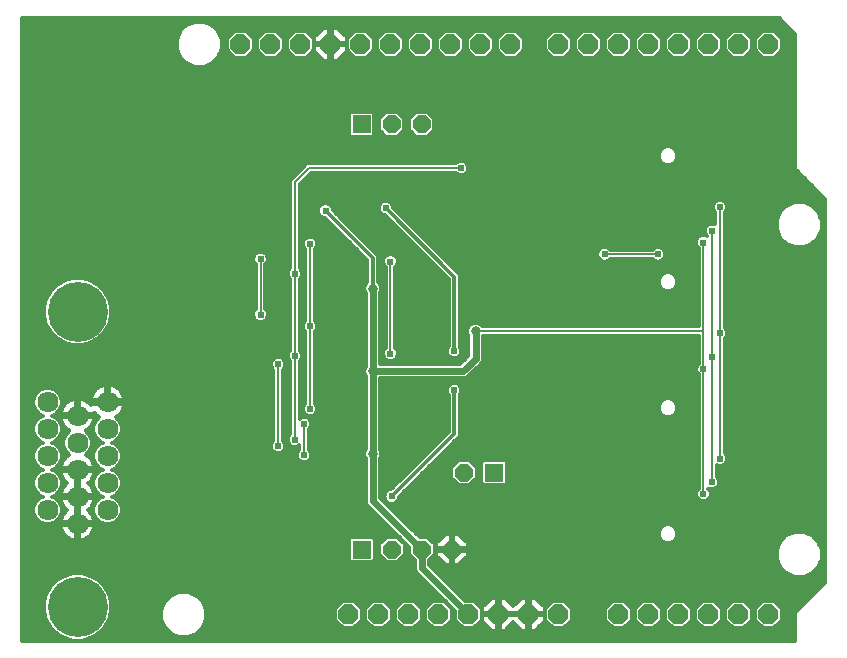
<source format=gbl>
G75*
%MOIN*%
%OFA0B0*%
%FSLAX24Y24*%
%IPPOS*%
%LPD*%
%AMOC8*
5,1,8,0,0,1.08239X$1,22.5*
%
%ADD10R,0.0600X0.0600*%
%ADD11OC8,0.0600*%
%ADD12OC8,0.0660*%
%ADD13C,0.0703*%
%ADD14C,0.2000*%
%ADD15C,0.0238*%
%ADD16C,0.0080*%
%ADD17C,0.0120*%
%ADD18C,0.0240*%
%ADD19C,0.0317*%
D10*
X016578Y003650D03*
X020980Y006209D03*
X016566Y017823D03*
D11*
X017566Y017823D03*
X018566Y017823D03*
X019980Y006209D03*
X019578Y003650D03*
X018578Y003650D03*
X017578Y003650D03*
D12*
X017125Y001500D03*
X016125Y001500D03*
X018125Y001500D03*
X019125Y001500D03*
X020125Y001500D03*
X021125Y001500D03*
X022125Y001500D03*
X023125Y001500D03*
X025125Y001500D03*
X026125Y001500D03*
X027125Y001500D03*
X028125Y001500D03*
X029125Y001500D03*
X030125Y001500D03*
X030125Y020500D03*
X029125Y020500D03*
X028125Y020500D03*
X027125Y020500D03*
X026125Y020500D03*
X025125Y020500D03*
X024125Y020500D03*
X023125Y020500D03*
X021525Y020500D03*
X020525Y020500D03*
X019525Y020500D03*
X018525Y020500D03*
X017525Y020500D03*
X016525Y020500D03*
X015525Y020500D03*
X014525Y020500D03*
X013525Y020500D03*
X012525Y020500D03*
D13*
X008096Y008567D03*
X008096Y007666D03*
X008096Y006764D03*
X008096Y005863D03*
X007096Y005414D03*
X006096Y005863D03*
X007096Y006315D03*
X006096Y006764D03*
X007096Y007217D03*
X006096Y007666D03*
X007096Y008118D03*
X006096Y008567D03*
X006096Y004961D03*
X007096Y004512D03*
X008096Y004961D03*
D14*
X007096Y001740D03*
X007096Y011583D03*
D15*
X013196Y011484D03*
X014850Y011091D03*
X014338Y010106D03*
X013787Y009831D03*
X014850Y008335D03*
X014653Y007837D03*
X014338Y007311D03*
X013787Y007094D03*
X014653Y006799D03*
X015125Y006484D03*
X016425Y005343D03*
X017566Y005421D03*
X017409Y007390D03*
X017409Y008295D03*
X016425Y008295D03*
X018511Y009240D03*
X019653Y008965D03*
X019653Y010264D03*
X017527Y010185D03*
X016425Y010421D03*
X019220Y011760D03*
X017527Y013248D03*
X017094Y014043D03*
X017370Y015028D03*
X015362Y014949D03*
X014850Y013846D03*
X014338Y012848D03*
X013196Y013335D03*
X016425Y012862D03*
X019889Y016366D03*
X024665Y013490D03*
X026445Y013490D03*
X027960Y013886D03*
X028236Y014280D03*
X028511Y015067D03*
X028511Y010854D03*
X028236Y010067D03*
X027960Y009673D03*
X028511Y006681D03*
X028236Y005894D03*
X027960Y005500D03*
X022015Y005618D03*
X022015Y004476D03*
X022015Y008413D03*
X022015Y010539D03*
X022015Y011287D03*
X022015Y012272D03*
D16*
X020362Y010933D02*
X027960Y010933D01*
X027960Y009673D01*
X027960Y005500D01*
X028236Y005894D02*
X028236Y010067D01*
X028236Y014280D01*
X027960Y013886D02*
X027960Y010933D01*
X028511Y010854D02*
X028511Y006681D01*
X028511Y010854D02*
X028511Y015067D01*
X026445Y013490D02*
X024665Y013490D01*
X019889Y016366D02*
X014815Y016366D01*
X014338Y015889D01*
X014338Y012848D01*
X014338Y010106D01*
X014338Y007311D01*
X013787Y007094D02*
X013787Y009831D01*
X014850Y011091D02*
X014850Y008335D01*
X014653Y007837D02*
X014653Y006799D01*
X017527Y010185D02*
X017527Y013248D01*
X014850Y013846D02*
X014850Y011091D01*
X013196Y011484D02*
X013196Y013335D01*
D17*
X005244Y021381D02*
X005244Y000619D01*
X031006Y000619D01*
X031006Y001451D01*
X031006Y001549D01*
X032006Y002549D01*
X032006Y015351D01*
X031076Y016281D01*
X031006Y016351D01*
X031006Y020851D01*
X030476Y021381D01*
X005244Y021381D01*
X005244Y021356D02*
X030501Y021356D01*
X030620Y021238D02*
X011326Y021238D01*
X011298Y021249D02*
X011573Y021135D01*
X011784Y020924D01*
X011898Y020649D01*
X011898Y020351D01*
X011784Y020076D01*
X011573Y019865D01*
X011298Y019751D01*
X011000Y019751D01*
X010725Y019865D01*
X010514Y020076D01*
X010400Y020351D01*
X010400Y020649D01*
X010514Y020924D01*
X010725Y021135D01*
X011000Y021249D01*
X011298Y021249D01*
X011589Y021119D02*
X030738Y021119D01*
X030857Y021001D02*
X015799Y021001D01*
X015752Y021047D02*
X015564Y021047D01*
X015564Y020538D01*
X016073Y020538D01*
X016073Y020727D01*
X015752Y021047D01*
X015564Y021001D02*
X015487Y021001D01*
X015487Y021047D02*
X015299Y021047D01*
X014978Y020727D01*
X014978Y020538D01*
X015487Y020538D01*
X015487Y020462D01*
X014978Y020462D01*
X014978Y020273D01*
X015299Y019953D01*
X015487Y019953D01*
X015487Y020462D01*
X015564Y020462D01*
X015564Y020538D01*
X015487Y020538D01*
X015487Y021047D01*
X015487Y020882D02*
X015564Y020882D01*
X015564Y020764D02*
X015487Y020764D01*
X015487Y020645D02*
X015564Y020645D01*
X015564Y020527D02*
X016075Y020527D01*
X016073Y020462D02*
X015564Y020462D01*
X015564Y019953D01*
X015752Y019953D01*
X016073Y020273D01*
X016073Y020462D01*
X016073Y020408D02*
X016075Y020408D01*
X016075Y020314D02*
X016339Y020050D01*
X016712Y020050D01*
X016975Y020314D01*
X016975Y020686D01*
X016712Y020950D01*
X016339Y020950D01*
X016075Y020686D01*
X016075Y020314D01*
X016073Y020290D02*
X016099Y020290D01*
X016218Y020171D02*
X015971Y020171D01*
X015852Y020053D02*
X016336Y020053D01*
X016714Y020053D02*
X017336Y020053D01*
X017339Y020050D02*
X017712Y020050D01*
X017975Y020314D01*
X017975Y020686D01*
X017712Y020950D01*
X017339Y020950D01*
X017075Y020686D01*
X017075Y020314D01*
X017339Y020050D01*
X017218Y020171D02*
X016833Y020171D01*
X016951Y020290D02*
X017099Y020290D01*
X017075Y020408D02*
X016975Y020408D01*
X016975Y020527D02*
X017075Y020527D01*
X017075Y020645D02*
X016975Y020645D01*
X016898Y020764D02*
X017153Y020764D01*
X017271Y020882D02*
X016780Y020882D01*
X016271Y020882D02*
X015918Y020882D01*
X016036Y020764D02*
X016153Y020764D01*
X016075Y020645D02*
X016073Y020645D01*
X015564Y020408D02*
X015487Y020408D01*
X015487Y020290D02*
X015564Y020290D01*
X015564Y020171D02*
X015487Y020171D01*
X015487Y020053D02*
X015564Y020053D01*
X015199Y020053D02*
X014714Y020053D01*
X014712Y020050D02*
X014975Y020314D01*
X014975Y020686D01*
X014712Y020950D01*
X014339Y020950D01*
X014075Y020686D01*
X014075Y020314D01*
X014339Y020050D01*
X014712Y020050D01*
X014833Y020171D02*
X015080Y020171D01*
X014978Y020290D02*
X014951Y020290D01*
X014975Y020408D02*
X014978Y020408D01*
X014975Y020527D02*
X015487Y020527D01*
X014978Y020645D02*
X014975Y020645D01*
X015015Y020764D02*
X014898Y020764D01*
X014780Y020882D02*
X015133Y020882D01*
X015252Y021001D02*
X011708Y021001D01*
X011801Y020882D02*
X012271Y020882D01*
X012339Y020950D02*
X012075Y020686D01*
X012075Y020314D01*
X012339Y020050D01*
X012712Y020050D01*
X012975Y020314D01*
X012975Y020686D01*
X012712Y020950D01*
X012339Y020950D01*
X012153Y020764D02*
X011851Y020764D01*
X011898Y020645D02*
X012075Y020645D01*
X012075Y020527D02*
X011898Y020527D01*
X011898Y020408D02*
X012075Y020408D01*
X012099Y020290D02*
X011873Y020290D01*
X011823Y020171D02*
X012218Y020171D01*
X012336Y020053D02*
X011761Y020053D01*
X011642Y019934D02*
X031006Y019934D01*
X031006Y019816D02*
X011454Y019816D01*
X010844Y019816D02*
X005244Y019816D01*
X005244Y019934D02*
X010656Y019934D01*
X010537Y020053D02*
X005244Y020053D01*
X005244Y020171D02*
X010475Y020171D01*
X010426Y020290D02*
X005244Y020290D01*
X005244Y020408D02*
X010400Y020408D01*
X010400Y020527D02*
X005244Y020527D01*
X005244Y020645D02*
X010400Y020645D01*
X010448Y020764D02*
X005244Y020764D01*
X005244Y020882D02*
X010497Y020882D01*
X010590Y021001D02*
X005244Y021001D01*
X005244Y021119D02*
X010709Y021119D01*
X010972Y021238D02*
X005244Y021238D01*
X005244Y019697D02*
X031006Y019697D01*
X031006Y019579D02*
X005244Y019579D01*
X005244Y019460D02*
X031006Y019460D01*
X031006Y019342D02*
X005244Y019342D01*
X005244Y019223D02*
X031006Y019223D01*
X031006Y019105D02*
X005244Y019105D01*
X005244Y018986D02*
X031006Y018986D01*
X031006Y018868D02*
X005244Y018868D01*
X005244Y018749D02*
X031006Y018749D01*
X031006Y018631D02*
X005244Y018631D01*
X005244Y018512D02*
X031006Y018512D01*
X031006Y018394D02*
X005244Y018394D01*
X005244Y018275D02*
X031006Y018275D01*
X031006Y018157D02*
X018827Y018157D01*
X018740Y018243D02*
X018392Y018243D01*
X018146Y017997D01*
X018146Y017649D01*
X018392Y017403D01*
X018740Y017403D01*
X018986Y017649D01*
X018986Y017997D01*
X018740Y018243D01*
X018945Y018038D02*
X031006Y018038D01*
X031006Y017920D02*
X018986Y017920D01*
X018986Y017801D02*
X031006Y017801D01*
X031006Y017683D02*
X018986Y017683D01*
X018902Y017564D02*
X031006Y017564D01*
X031006Y017446D02*
X018783Y017446D01*
X018350Y017446D02*
X017783Y017446D01*
X017740Y017403D02*
X017986Y017649D01*
X017986Y017997D01*
X017740Y018243D01*
X017392Y018243D01*
X017146Y017997D01*
X017146Y017649D01*
X017392Y017403D01*
X017740Y017403D01*
X017902Y017564D02*
X018231Y017564D01*
X018146Y017683D02*
X017986Y017683D01*
X017986Y017801D02*
X018146Y017801D01*
X018146Y017920D02*
X017986Y017920D01*
X017945Y018038D02*
X018188Y018038D01*
X018306Y018157D02*
X017827Y018157D01*
X017306Y018157D02*
X016986Y018157D01*
X016986Y018173D02*
X016916Y018243D01*
X016217Y018243D01*
X016146Y018173D01*
X016146Y017473D01*
X016217Y017403D01*
X016916Y017403D01*
X016986Y017473D01*
X016986Y018173D01*
X016986Y018038D02*
X017188Y018038D01*
X017146Y017920D02*
X016986Y017920D01*
X016986Y017801D02*
X017146Y017801D01*
X017146Y017683D02*
X016986Y017683D01*
X016986Y017564D02*
X017231Y017564D01*
X017350Y017446D02*
X016959Y017446D01*
X016174Y017446D02*
X005244Y017446D01*
X005244Y017564D02*
X016146Y017564D01*
X016146Y017683D02*
X005244Y017683D01*
X005244Y017801D02*
X016146Y017801D01*
X016146Y017920D02*
X005244Y017920D01*
X005244Y018038D02*
X016146Y018038D01*
X016146Y018157D02*
X005244Y018157D01*
X005244Y017327D02*
X031006Y017327D01*
X031006Y017209D02*
X005244Y017209D01*
X005244Y017090D02*
X031006Y017090D01*
X031006Y016972D02*
X027027Y016972D01*
X027047Y016952D02*
X026958Y017041D01*
X026842Y017089D01*
X026716Y017089D01*
X026600Y017041D01*
X026511Y016952D01*
X026463Y016836D01*
X026463Y016710D01*
X026511Y016594D01*
X026600Y016505D01*
X026716Y016457D01*
X026842Y016457D01*
X026958Y016505D01*
X027047Y016594D01*
X027095Y016710D01*
X027095Y016836D01*
X027047Y016952D01*
X027088Y016853D02*
X031006Y016853D01*
X031006Y016735D02*
X027095Y016735D01*
X027056Y016616D02*
X031006Y016616D01*
X031006Y016498D02*
X026939Y016498D01*
X026619Y016498D02*
X020094Y016498D01*
X020092Y016502D02*
X020025Y016569D01*
X019937Y016605D01*
X019842Y016605D01*
X019754Y016569D01*
X019711Y016526D01*
X014749Y016526D01*
X014272Y016049D01*
X014178Y015955D01*
X014178Y013026D01*
X014135Y012984D01*
X014099Y012896D01*
X014099Y012801D01*
X014135Y012713D01*
X014178Y012670D01*
X014178Y010284D01*
X014135Y010242D01*
X014099Y010154D01*
X014099Y010059D01*
X014135Y009971D01*
X014178Y009928D01*
X014178Y007489D01*
X014135Y007446D01*
X014099Y007359D01*
X014099Y007263D01*
X014135Y007176D01*
X014203Y007108D01*
X014290Y007072D01*
X014386Y007072D01*
X014473Y007108D01*
X014493Y007128D01*
X014493Y006977D01*
X014450Y006935D01*
X014414Y006847D01*
X014414Y006752D01*
X014450Y006664D01*
X014518Y006597D01*
X014605Y006560D01*
X014701Y006560D01*
X014788Y006597D01*
X014856Y006664D01*
X014892Y006752D01*
X014892Y006847D01*
X014856Y006935D01*
X014813Y006977D01*
X014813Y007659D01*
X014856Y007701D01*
X014892Y007789D01*
X014892Y007884D01*
X014856Y007972D01*
X014788Y008039D01*
X014701Y008076D01*
X014605Y008076D01*
X014518Y008039D01*
X014498Y008020D01*
X014498Y009928D01*
X014541Y009971D01*
X014577Y010059D01*
X014577Y010154D01*
X014541Y010242D01*
X014498Y010284D01*
X014498Y012670D01*
X014541Y012713D01*
X014577Y012801D01*
X014577Y012896D01*
X014541Y012984D01*
X014498Y013026D01*
X014498Y015823D01*
X014881Y016206D01*
X019711Y016206D01*
X019754Y016163D01*
X019842Y016127D01*
X019937Y016127D01*
X020025Y016163D01*
X020092Y016231D01*
X020128Y016319D01*
X020128Y016414D01*
X020092Y016502D01*
X020128Y016379D02*
X031006Y016379D01*
X031097Y016261D02*
X020104Y016261D01*
X019973Y016142D02*
X031215Y016142D01*
X031334Y016024D02*
X014699Y016024D01*
X014817Y016142D02*
X019806Y016142D01*
X017813Y014839D02*
X028351Y014839D01*
X028351Y014889D02*
X028351Y014490D01*
X028283Y014519D01*
X028188Y014519D01*
X028100Y014482D01*
X028033Y014415D01*
X027997Y014327D01*
X027997Y014232D01*
X028033Y014144D01*
X028076Y014101D01*
X028076Y014097D01*
X028008Y014125D01*
X027913Y014125D01*
X027825Y014088D01*
X027757Y014021D01*
X027721Y013933D01*
X027721Y013838D01*
X027757Y013750D01*
X027800Y013708D01*
X027800Y011093D01*
X020595Y011093D01*
X020519Y011169D01*
X020417Y011211D01*
X020306Y011211D01*
X020204Y011169D01*
X020126Y011091D01*
X020083Y010988D01*
X020083Y010878D01*
X020122Y010785D01*
X020122Y010105D01*
X019851Y009834D01*
X017176Y009834D01*
X017176Y012202D01*
X017215Y012295D01*
X017215Y012406D01*
X017172Y012508D01*
X017116Y012564D01*
X017116Y013449D01*
X015601Y014964D01*
X015601Y014996D01*
X015564Y015084D01*
X015497Y015151D01*
X015409Y015188D01*
X015314Y015188D01*
X015226Y015151D01*
X015159Y015084D01*
X015123Y014996D01*
X015123Y014901D01*
X015159Y014813D01*
X015226Y014746D01*
X015314Y014710D01*
X015346Y014710D01*
X016756Y013299D01*
X016756Y012564D01*
X016700Y012508D01*
X016658Y012406D01*
X016658Y012295D01*
X016696Y012202D01*
X016696Y009743D01*
X015010Y009743D01*
X015010Y009625D02*
X016658Y009625D01*
X016658Y009650D02*
X016658Y009539D01*
X016696Y009446D01*
X016696Y006987D01*
X016658Y006894D01*
X016658Y006783D01*
X016696Y006690D01*
X016696Y005327D01*
X016696Y005326D01*
X016696Y005279D01*
X016696Y005232D01*
X016697Y005231D01*
X016715Y005187D01*
X016733Y005144D01*
X016733Y005143D01*
X016733Y005143D01*
X016767Y005110D01*
X016801Y005076D01*
X018158Y003728D01*
X018158Y003476D01*
X018338Y003296D01*
X018338Y003000D01*
X018375Y002911D01*
X019675Y001611D01*
X019675Y001314D01*
X019939Y001050D01*
X020312Y001050D01*
X020575Y001314D01*
X020575Y001686D01*
X020312Y001950D01*
X020015Y001950D01*
X018818Y003147D01*
X018818Y003296D01*
X018998Y003476D01*
X018998Y003824D01*
X018752Y004070D01*
X018496Y004070D01*
X017176Y005379D01*
X017176Y006690D01*
X017215Y006783D01*
X017215Y006894D01*
X017176Y006987D01*
X017176Y009354D01*
X019998Y009354D01*
X020086Y009391D01*
X020498Y009802D01*
X020565Y009870D01*
X020602Y009958D01*
X020602Y010773D01*
X027800Y010773D01*
X027800Y009851D01*
X027757Y009809D01*
X027721Y009721D01*
X027721Y009626D01*
X027757Y009538D01*
X027800Y009495D01*
X027800Y005678D01*
X027757Y005635D01*
X027721Y005548D01*
X027721Y005452D01*
X027757Y005365D01*
X027825Y005297D01*
X027913Y005261D01*
X028008Y005261D01*
X028095Y005297D01*
X028163Y005365D01*
X028199Y005452D01*
X028199Y005548D01*
X028163Y005635D01*
X028120Y005678D01*
X028120Y005683D01*
X028188Y005655D01*
X028283Y005655D01*
X028371Y005691D01*
X028438Y005758D01*
X028475Y005846D01*
X028475Y005941D01*
X028438Y006029D01*
X028396Y006072D01*
X028396Y006470D01*
X028464Y006442D01*
X028559Y006442D01*
X028647Y006478D01*
X028714Y006546D01*
X028750Y006634D01*
X028750Y006729D01*
X028714Y006817D01*
X028671Y006859D01*
X028671Y010676D01*
X028714Y010719D01*
X028750Y010807D01*
X028750Y010902D01*
X028714Y010990D01*
X028671Y011032D01*
X028671Y014889D01*
X028714Y014932D01*
X028750Y015019D01*
X028750Y015114D01*
X028714Y015202D01*
X028647Y015270D01*
X028559Y015306D01*
X028464Y015306D01*
X028376Y015270D01*
X028309Y015202D01*
X028272Y015114D01*
X028272Y015019D01*
X028309Y014932D01*
X028351Y014889D01*
X028298Y014957D02*
X017695Y014957D01*
X017609Y015043D02*
X017609Y015075D01*
X017572Y015163D01*
X017505Y015230D01*
X017417Y015267D01*
X017322Y015267D01*
X017234Y015230D01*
X017167Y015163D01*
X017130Y015075D01*
X017130Y014980D01*
X017167Y014892D01*
X017234Y014825D01*
X017322Y014789D01*
X017354Y014789D01*
X019473Y012670D01*
X019473Y010422D01*
X019450Y010399D01*
X019414Y010311D01*
X019414Y010216D01*
X019450Y010128D01*
X019518Y010061D01*
X019605Y010025D01*
X019701Y010025D01*
X019788Y010061D01*
X019856Y010128D01*
X019892Y010216D01*
X019892Y010311D01*
X019856Y010399D01*
X019833Y010422D01*
X019833Y012819D01*
X019728Y012924D01*
X017609Y015043D01*
X017608Y015076D02*
X028272Y015076D01*
X028305Y015194D02*
X017541Y015194D01*
X017370Y015028D02*
X019653Y012744D01*
X019653Y010264D01*
X019826Y010099D02*
X020115Y010099D01*
X020122Y010217D02*
X019892Y010217D01*
X019882Y010336D02*
X020122Y010336D01*
X020122Y010454D02*
X019833Y010454D01*
X019833Y010573D02*
X020122Y010573D01*
X020122Y010691D02*
X019833Y010691D01*
X019833Y010810D02*
X020111Y010810D01*
X020083Y010928D02*
X019833Y010928D01*
X019833Y011047D02*
X020107Y011047D01*
X020200Y011165D02*
X019833Y011165D01*
X019833Y011284D02*
X027800Y011284D01*
X027800Y011402D02*
X019833Y011402D01*
X019833Y011521D02*
X027800Y011521D01*
X027800Y011639D02*
X019833Y011639D01*
X019833Y011758D02*
X027800Y011758D01*
X027800Y011876D02*
X019833Y011876D01*
X019833Y011995D02*
X027800Y011995D01*
X027800Y012113D02*
X019833Y012113D01*
X019833Y012232D02*
X027800Y012232D01*
X027800Y012350D02*
X027003Y012350D01*
X027047Y012393D02*
X026958Y012305D01*
X026842Y012257D01*
X026716Y012257D01*
X026600Y012305D01*
X026511Y012393D01*
X026463Y012510D01*
X026463Y012636D01*
X026511Y012752D01*
X026600Y012841D01*
X026716Y012889D01*
X026842Y012889D01*
X026958Y012841D01*
X027047Y012752D01*
X027095Y012636D01*
X027095Y012510D01*
X027095Y012510D01*
X027047Y012393D01*
X027078Y012469D02*
X027800Y012469D01*
X027800Y012587D02*
X027095Y012587D01*
X027066Y012706D02*
X027800Y012706D01*
X027800Y012824D02*
X026975Y012824D01*
X026583Y012824D02*
X019828Y012824D01*
X019833Y012706D02*
X026492Y012706D01*
X026463Y012587D02*
X019833Y012587D01*
X019833Y012469D02*
X026480Y012469D01*
X026555Y012350D02*
X019833Y012350D01*
X019473Y012350D02*
X017687Y012350D01*
X017687Y012232D02*
X019473Y012232D01*
X019473Y012113D02*
X017687Y012113D01*
X017687Y011995D02*
X019473Y011995D01*
X019473Y011876D02*
X017687Y011876D01*
X017687Y011758D02*
X019473Y011758D01*
X019473Y011639D02*
X017687Y011639D01*
X017687Y011521D02*
X019473Y011521D01*
X019473Y011402D02*
X017687Y011402D01*
X017687Y011284D02*
X019473Y011284D01*
X019473Y011165D02*
X017687Y011165D01*
X017687Y011047D02*
X019473Y011047D01*
X019473Y010928D02*
X017687Y010928D01*
X017687Y010810D02*
X019473Y010810D01*
X019473Y010691D02*
X017687Y010691D01*
X017687Y010573D02*
X019473Y010573D01*
X019473Y010454D02*
X017687Y010454D01*
X017687Y010363D02*
X017687Y013070D01*
X017730Y013113D01*
X017766Y013201D01*
X017766Y013296D01*
X017730Y013384D01*
X017662Y013451D01*
X017575Y013487D01*
X017479Y013487D01*
X017392Y013451D01*
X017324Y013384D01*
X017288Y013296D01*
X017288Y013201D01*
X017324Y013113D01*
X017367Y013070D01*
X017367Y010363D01*
X017324Y010320D01*
X017288Y010233D01*
X017288Y010137D01*
X017324Y010050D01*
X017392Y009982D01*
X017479Y009946D01*
X017575Y009946D01*
X017662Y009982D01*
X017730Y010050D01*
X017766Y010137D01*
X017766Y010233D01*
X017730Y010320D01*
X017687Y010363D01*
X017715Y010336D02*
X019424Y010336D01*
X019414Y010217D02*
X017766Y010217D01*
X017750Y010099D02*
X019480Y010099D01*
X019878Y009862D02*
X017176Y009862D01*
X017176Y009980D02*
X017397Y009980D01*
X017304Y010099D02*
X017176Y010099D01*
X017176Y010217D02*
X017288Y010217D01*
X017339Y010336D02*
X017176Y010336D01*
X017176Y010454D02*
X017367Y010454D01*
X017367Y010573D02*
X017176Y010573D01*
X017176Y010691D02*
X017367Y010691D01*
X017367Y010810D02*
X017176Y010810D01*
X017176Y010928D02*
X017367Y010928D01*
X017367Y011047D02*
X017176Y011047D01*
X017176Y011165D02*
X017367Y011165D01*
X017367Y011284D02*
X017176Y011284D01*
X017176Y011402D02*
X017367Y011402D01*
X017367Y011521D02*
X017176Y011521D01*
X017176Y011639D02*
X017367Y011639D01*
X017367Y011758D02*
X017176Y011758D01*
X017176Y011876D02*
X017367Y011876D01*
X017367Y011995D02*
X017176Y011995D01*
X017176Y012113D02*
X017367Y012113D01*
X017367Y012232D02*
X017189Y012232D01*
X017215Y012350D02*
X017367Y012350D01*
X017367Y012469D02*
X017189Y012469D01*
X017116Y012587D02*
X017367Y012587D01*
X017367Y012706D02*
X017116Y012706D01*
X017116Y012824D02*
X017367Y012824D01*
X017367Y012943D02*
X017116Y012943D01*
X017116Y013061D02*
X017367Y013061D01*
X017297Y013180D02*
X017116Y013180D01*
X017116Y013298D02*
X017289Y013298D01*
X017357Y013417D02*
X017116Y013417D01*
X017030Y013535D02*
X018608Y013535D01*
X018726Y013417D02*
X017697Y013417D01*
X017765Y013298D02*
X018845Y013298D01*
X018963Y013180D02*
X017757Y013180D01*
X017687Y013061D02*
X019082Y013061D01*
X019200Y012943D02*
X017687Y012943D01*
X017687Y012824D02*
X019319Y012824D01*
X019437Y012706D02*
X017687Y012706D01*
X017687Y012587D02*
X019473Y012587D01*
X019473Y012469D02*
X017687Y012469D01*
X016936Y012350D02*
X016936Y013374D01*
X015362Y014949D01*
X015123Y014957D02*
X014498Y014957D01*
X014498Y014839D02*
X015149Y014839D01*
X015289Y014720D02*
X014498Y014720D01*
X014498Y014602D02*
X015454Y014602D01*
X015573Y014483D02*
X014498Y014483D01*
X014498Y014365D02*
X015691Y014365D01*
X015810Y014246D02*
X014498Y014246D01*
X014498Y014128D02*
X015928Y014128D01*
X016047Y014009D02*
X015025Y014009D01*
X015053Y013982D02*
X014985Y014049D01*
X014897Y014086D01*
X014802Y014086D01*
X014714Y014049D01*
X014647Y013982D01*
X014611Y013894D01*
X014611Y013799D01*
X014647Y013711D01*
X014690Y013668D01*
X014690Y011269D01*
X014647Y011226D01*
X014611Y011138D01*
X014611Y011043D01*
X014647Y010955D01*
X014690Y010912D01*
X014690Y008513D01*
X014647Y008470D01*
X014611Y008382D01*
X014611Y008287D01*
X014647Y008199D01*
X014714Y008132D01*
X014802Y008096D01*
X014897Y008096D01*
X014985Y008132D01*
X015053Y008199D01*
X015089Y008287D01*
X015089Y008382D01*
X015053Y008470D01*
X015010Y008513D01*
X015010Y010912D01*
X015053Y010955D01*
X015089Y011043D01*
X015089Y011138D01*
X015053Y011226D01*
X015010Y011269D01*
X015010Y013668D01*
X015053Y013711D01*
X015089Y013799D01*
X015089Y013894D01*
X015053Y013982D01*
X015089Y013891D02*
X016165Y013891D01*
X016284Y013772D02*
X015078Y013772D01*
X015010Y013654D02*
X016402Y013654D01*
X016521Y013535D02*
X015010Y013535D01*
X015010Y013417D02*
X016639Y013417D01*
X016756Y013298D02*
X015010Y013298D01*
X015010Y013180D02*
X016756Y013180D01*
X016756Y013061D02*
X015010Y013061D01*
X015010Y012943D02*
X016756Y012943D01*
X016756Y012824D02*
X015010Y012824D01*
X015010Y012706D02*
X016756Y012706D01*
X016756Y012587D02*
X015010Y012587D01*
X015010Y012469D02*
X016684Y012469D01*
X016658Y012350D02*
X015010Y012350D01*
X015010Y012232D02*
X016684Y012232D01*
X016696Y012113D02*
X015010Y012113D01*
X015010Y011995D02*
X016696Y011995D01*
X016696Y011876D02*
X015010Y011876D01*
X015010Y011758D02*
X016696Y011758D01*
X016696Y011639D02*
X015010Y011639D01*
X015010Y011521D02*
X016696Y011521D01*
X016696Y011402D02*
X015010Y011402D01*
X015010Y011284D02*
X016696Y011284D01*
X016696Y011165D02*
X015078Y011165D01*
X015089Y011047D02*
X016696Y011047D01*
X016696Y010928D02*
X015025Y010928D01*
X015010Y010810D02*
X016696Y010810D01*
X016696Y010691D02*
X015010Y010691D01*
X015010Y010573D02*
X016696Y010573D01*
X016696Y010454D02*
X015010Y010454D01*
X015010Y010336D02*
X016696Y010336D01*
X016696Y010217D02*
X015010Y010217D01*
X015010Y010099D02*
X016696Y010099D01*
X016696Y009980D02*
X015010Y009980D01*
X015010Y009862D02*
X016696Y009862D01*
X016696Y009743D02*
X016658Y009650D01*
X016672Y009506D02*
X015010Y009506D01*
X015010Y009388D02*
X016696Y009388D01*
X016696Y009269D02*
X015010Y009269D01*
X015010Y009151D02*
X016696Y009151D01*
X016696Y009032D02*
X015010Y009032D01*
X015010Y008914D02*
X016696Y008914D01*
X016696Y008795D02*
X015010Y008795D01*
X015010Y008677D02*
X016696Y008677D01*
X016696Y008558D02*
X015010Y008558D01*
X015065Y008440D02*
X016696Y008440D01*
X016696Y008321D02*
X015089Y008321D01*
X015054Y008203D02*
X016696Y008203D01*
X016696Y008084D02*
X014498Y008084D01*
X014498Y008203D02*
X014646Y008203D01*
X014611Y008321D02*
X014498Y008321D01*
X014498Y008440D02*
X014635Y008440D01*
X014690Y008558D02*
X014498Y008558D01*
X014498Y008677D02*
X014690Y008677D01*
X014690Y008795D02*
X014498Y008795D01*
X014498Y008914D02*
X014690Y008914D01*
X014690Y009032D02*
X014498Y009032D01*
X014498Y009151D02*
X014690Y009151D01*
X014690Y009269D02*
X014498Y009269D01*
X014498Y009388D02*
X014690Y009388D01*
X014690Y009506D02*
X014498Y009506D01*
X014498Y009625D02*
X014690Y009625D01*
X014690Y009743D02*
X014498Y009743D01*
X014498Y009862D02*
X014690Y009862D01*
X014690Y009980D02*
X014544Y009980D01*
X014577Y010099D02*
X014690Y010099D01*
X014690Y010217D02*
X014551Y010217D01*
X014498Y010336D02*
X014690Y010336D01*
X014690Y010454D02*
X014498Y010454D01*
X014498Y010573D02*
X014690Y010573D01*
X014690Y010691D02*
X014498Y010691D01*
X014498Y010810D02*
X014690Y010810D01*
X014674Y010928D02*
X014498Y010928D01*
X014498Y011047D02*
X014611Y011047D01*
X014622Y011165D02*
X014498Y011165D01*
X014498Y011284D02*
X014690Y011284D01*
X014690Y011402D02*
X014498Y011402D01*
X014498Y011521D02*
X014690Y011521D01*
X014690Y011639D02*
X014498Y011639D01*
X014498Y011758D02*
X014690Y011758D01*
X014690Y011876D02*
X014498Y011876D01*
X014498Y011995D02*
X014690Y011995D01*
X014690Y012113D02*
X014498Y012113D01*
X014498Y012232D02*
X014690Y012232D01*
X014690Y012350D02*
X014498Y012350D01*
X014498Y012469D02*
X014690Y012469D01*
X014690Y012587D02*
X014498Y012587D01*
X014533Y012706D02*
X014690Y012706D01*
X014690Y012824D02*
X014577Y012824D01*
X014558Y012943D02*
X014690Y012943D01*
X014690Y013061D02*
X014498Y013061D01*
X014498Y013180D02*
X014690Y013180D01*
X014690Y013298D02*
X014498Y013298D01*
X014498Y013417D02*
X014690Y013417D01*
X014690Y013535D02*
X014498Y013535D01*
X014498Y013654D02*
X014690Y013654D01*
X014622Y013772D02*
X014498Y013772D01*
X014498Y013891D02*
X014611Y013891D01*
X014674Y014009D02*
X014498Y014009D01*
X014178Y014009D02*
X005244Y014009D01*
X005244Y013891D02*
X014178Y013891D01*
X014178Y013772D02*
X005244Y013772D01*
X005244Y013654D02*
X014178Y013654D01*
X014178Y013535D02*
X013334Y013535D01*
X013332Y013537D02*
X013244Y013574D01*
X013149Y013574D01*
X013061Y013537D01*
X012994Y013470D01*
X012957Y013382D01*
X012957Y013287D01*
X012994Y013199D01*
X013036Y013157D01*
X013036Y011662D01*
X012994Y011620D01*
X012957Y011532D01*
X012957Y011437D01*
X012994Y011349D01*
X013061Y011282D01*
X013149Y011245D01*
X013244Y011245D01*
X013332Y011282D01*
X013399Y011349D01*
X013435Y011437D01*
X013435Y011532D01*
X013399Y011620D01*
X013356Y011662D01*
X013356Y013157D01*
X013399Y013199D01*
X013435Y013287D01*
X013435Y013382D01*
X013399Y013470D01*
X013332Y013537D01*
X013421Y013417D02*
X014178Y013417D01*
X014178Y013298D02*
X013435Y013298D01*
X013379Y013180D02*
X014178Y013180D01*
X014178Y013061D02*
X013356Y013061D01*
X013356Y012943D02*
X014118Y012943D01*
X014099Y012824D02*
X013356Y012824D01*
X013356Y012706D02*
X014143Y012706D01*
X014178Y012587D02*
X013356Y012587D01*
X013356Y012469D02*
X014178Y012469D01*
X014178Y012350D02*
X013356Y012350D01*
X013356Y012232D02*
X014178Y012232D01*
X014178Y012113D02*
X013356Y012113D01*
X013356Y011995D02*
X014178Y011995D01*
X014178Y011876D02*
X013356Y011876D01*
X013356Y011758D02*
X014178Y011758D01*
X014178Y011639D02*
X013380Y011639D01*
X013435Y011521D02*
X014178Y011521D01*
X014178Y011402D02*
X013421Y011402D01*
X013334Y011284D02*
X014178Y011284D01*
X014178Y011165D02*
X008143Y011165D01*
X008139Y011151D02*
X008216Y011436D01*
X008216Y011730D01*
X008139Y012015D01*
X007992Y012271D01*
X007783Y012479D01*
X007528Y012627D01*
X007243Y012703D01*
X006948Y012703D01*
X006663Y012627D01*
X006408Y012479D01*
X006199Y012271D01*
X006052Y012015D01*
X005976Y011730D01*
X005976Y011436D01*
X006052Y011151D01*
X006199Y010895D01*
X006408Y010687D01*
X006663Y010539D01*
X006948Y010463D01*
X007243Y010463D01*
X007528Y010539D01*
X007783Y010687D01*
X007992Y010895D01*
X008139Y011151D01*
X008079Y011047D02*
X014178Y011047D01*
X014178Y010928D02*
X008011Y010928D01*
X007906Y010810D02*
X014178Y010810D01*
X014178Y010691D02*
X007787Y010691D01*
X007585Y010573D02*
X014178Y010573D01*
X014178Y010454D02*
X005244Y010454D01*
X005244Y010336D02*
X014178Y010336D01*
X014125Y010217D02*
X005244Y010217D01*
X005244Y010099D02*
X014099Y010099D01*
X014132Y009980D02*
X013976Y009980D01*
X013990Y009966D02*
X013922Y010033D01*
X013834Y010070D01*
X013739Y010070D01*
X013651Y010033D01*
X013584Y009966D01*
X013548Y009878D01*
X013548Y009783D01*
X013584Y009695D01*
X013627Y009653D01*
X013627Y007273D01*
X013584Y007230D01*
X013548Y007142D01*
X013548Y007047D01*
X013584Y006959D01*
X013651Y006892D01*
X013739Y006855D01*
X013834Y006855D01*
X013922Y006892D01*
X013990Y006959D01*
X014026Y007047D01*
X014026Y007142D01*
X013990Y007230D01*
X013947Y007273D01*
X013947Y009653D01*
X013990Y009695D01*
X014026Y009783D01*
X014026Y009878D01*
X013990Y009966D01*
X014026Y009862D02*
X014178Y009862D01*
X014178Y009743D02*
X014009Y009743D01*
X013947Y009625D02*
X014178Y009625D01*
X014178Y009506D02*
X013947Y009506D01*
X013947Y009388D02*
X014178Y009388D01*
X014178Y009269D02*
X013947Y009269D01*
X013947Y009151D02*
X014178Y009151D01*
X014178Y009032D02*
X013947Y009032D01*
X013947Y008914D02*
X014178Y008914D01*
X014178Y008795D02*
X013947Y008795D01*
X013947Y008677D02*
X014178Y008677D01*
X014178Y008558D02*
X013947Y008558D01*
X013947Y008440D02*
X014178Y008440D01*
X014178Y008321D02*
X013947Y008321D01*
X013947Y008203D02*
X014178Y008203D01*
X014178Y008084D02*
X013947Y008084D01*
X013947Y007966D02*
X014178Y007966D01*
X014178Y007847D02*
X013947Y007847D01*
X013947Y007729D02*
X014178Y007729D01*
X014178Y007610D02*
X013947Y007610D01*
X013947Y007492D02*
X014178Y007492D01*
X014105Y007373D02*
X013947Y007373D01*
X013965Y007255D02*
X014103Y007255D01*
X014175Y007136D02*
X014026Y007136D01*
X014014Y007018D02*
X014493Y007018D01*
X014436Y006899D02*
X013929Y006899D01*
X013644Y006899D02*
X008550Y006899D01*
X008567Y006858D02*
X008495Y007031D01*
X008363Y007164D01*
X008239Y007215D01*
X008363Y007266D01*
X008495Y007399D01*
X008567Y007572D01*
X008567Y007759D01*
X008495Y007933D01*
X008363Y008065D01*
X008394Y008081D01*
X008466Y008133D01*
X008529Y008197D01*
X008582Y008269D01*
X008623Y008349D01*
X008650Y008434D01*
X008662Y008510D01*
X008153Y008510D01*
X008153Y008624D01*
X008662Y008624D01*
X008650Y008700D01*
X008623Y008786D01*
X008582Y008865D01*
X008529Y008938D01*
X008466Y009001D01*
X008394Y009054D01*
X008314Y009094D01*
X008229Y009122D01*
X008153Y009134D01*
X008153Y008624D01*
X008038Y008624D01*
X008038Y008510D01*
X007529Y008510D01*
X007533Y008485D01*
X007529Y008489D01*
X007466Y008552D01*
X007394Y008605D01*
X007314Y008646D01*
X007229Y008673D01*
X007153Y008685D01*
X007153Y008176D01*
X007662Y008176D01*
X007658Y008201D01*
X007662Y008197D01*
X007725Y008133D01*
X007797Y008081D01*
X007828Y008065D01*
X007696Y007933D01*
X007624Y007759D01*
X007624Y007572D01*
X007696Y007399D01*
X007828Y007266D01*
X007952Y007215D01*
X007828Y007164D01*
X007696Y007031D01*
X007624Y006858D01*
X007624Y006670D01*
X007696Y006497D01*
X007828Y006364D01*
X007952Y006313D01*
X007828Y006262D01*
X007696Y006130D01*
X007624Y005956D01*
X007624Y005769D01*
X007696Y005596D01*
X007635Y005596D01*
X007623Y005632D02*
X007582Y005712D01*
X007529Y005784D01*
X007466Y005848D01*
X007443Y005864D01*
X007466Y005881D01*
X007529Y005945D01*
X007582Y006017D01*
X007623Y006097D01*
X007650Y006182D01*
X007662Y006258D01*
X007153Y006258D01*
X007153Y006372D01*
X007662Y006372D01*
X007650Y006448D01*
X007623Y006534D01*
X007582Y006613D01*
X007529Y006686D01*
X007466Y006749D01*
X007394Y006802D01*
X007363Y006818D01*
X007495Y006950D01*
X007567Y007123D01*
X007567Y007311D01*
X007495Y007484D01*
X007363Y007616D01*
X007394Y007632D01*
X007466Y007685D01*
X007529Y007748D01*
X007582Y007820D01*
X007623Y007900D01*
X007650Y007985D01*
X007662Y008061D01*
X007153Y008061D01*
X007153Y008176D01*
X007038Y008176D01*
X007038Y008685D01*
X006962Y008673D01*
X006877Y008646D01*
X006797Y008605D01*
X006725Y008552D01*
X006662Y008489D01*
X006609Y008417D01*
X006568Y008337D01*
X006541Y008252D01*
X006529Y008176D01*
X007038Y008176D01*
X007038Y008061D01*
X006529Y008061D01*
X006541Y007985D01*
X006568Y007900D01*
X006609Y007820D01*
X006662Y007748D01*
X006725Y007685D01*
X006797Y007632D01*
X006828Y007616D01*
X006696Y007484D01*
X006624Y007311D01*
X006624Y007123D01*
X006696Y006950D01*
X006828Y006818D01*
X006797Y006802D01*
X006725Y006749D01*
X006662Y006686D01*
X006609Y006613D01*
X006568Y006534D01*
X006541Y006448D01*
X006529Y006372D01*
X007038Y006372D01*
X007038Y006258D01*
X006529Y006258D01*
X006541Y006182D01*
X006568Y006097D01*
X006609Y006017D01*
X006662Y005945D01*
X006725Y005881D01*
X006748Y005864D01*
X006725Y005848D01*
X006662Y005784D01*
X006609Y005712D01*
X006568Y005632D01*
X006541Y005547D01*
X006529Y005471D01*
X007038Y005471D01*
X007038Y005357D01*
X006529Y005357D01*
X006541Y005280D01*
X006568Y005195D01*
X006609Y005116D01*
X006662Y005043D01*
X006725Y004980D01*
X006748Y004963D01*
X006725Y004946D01*
X006662Y004883D01*
X006609Y004810D01*
X006568Y004730D01*
X006541Y004645D01*
X006529Y004569D01*
X007038Y004569D01*
X007038Y004455D01*
X006529Y004455D01*
X006541Y004379D01*
X006568Y004294D01*
X006609Y004214D01*
X006662Y004142D01*
X006725Y004078D01*
X006797Y004026D01*
X006877Y003985D01*
X006962Y003957D01*
X007038Y003945D01*
X007038Y004455D01*
X007153Y004455D01*
X007153Y004569D01*
X007662Y004569D01*
X007650Y004645D01*
X007623Y004730D01*
X007582Y004810D01*
X007529Y004883D01*
X007466Y004946D01*
X007443Y004963D01*
X007466Y004980D01*
X007529Y005043D01*
X007582Y005116D01*
X007623Y005195D01*
X007650Y005280D01*
X007662Y005357D01*
X007153Y005357D01*
X007153Y005471D01*
X007662Y005471D01*
X007650Y005547D01*
X007623Y005632D01*
X007696Y005596D02*
X007828Y005463D01*
X007952Y005412D01*
X007828Y005361D01*
X007696Y005228D01*
X007624Y005055D01*
X007624Y004867D01*
X007696Y004694D01*
X007828Y004561D01*
X008002Y004490D01*
X008189Y004490D01*
X008363Y004561D01*
X008495Y004694D01*
X008567Y004867D01*
X008567Y005055D01*
X008495Y005228D01*
X008363Y005361D01*
X008239Y005412D01*
X008363Y005463D01*
X008495Y005596D01*
X016696Y005596D01*
X016696Y005714D02*
X008544Y005714D01*
X008567Y005769D02*
X008567Y005956D01*
X008495Y006130D01*
X008363Y006262D01*
X008239Y006313D01*
X008363Y006364D01*
X008495Y006497D01*
X008567Y006670D01*
X008567Y006858D01*
X008567Y006781D02*
X014414Y006781D01*
X014452Y006662D02*
X008563Y006662D01*
X008514Y006544D02*
X016696Y006544D01*
X016696Y006662D02*
X014854Y006662D01*
X014892Y006781D02*
X016659Y006781D01*
X016660Y006899D02*
X014870Y006899D01*
X014813Y007018D02*
X016696Y007018D01*
X016696Y007136D02*
X014813Y007136D01*
X014813Y007255D02*
X016696Y007255D01*
X016696Y007373D02*
X014813Y007373D01*
X014813Y007492D02*
X016696Y007492D01*
X016696Y007610D02*
X014813Y007610D01*
X014867Y007729D02*
X016696Y007729D01*
X016696Y007847D02*
X014892Y007847D01*
X014858Y007966D02*
X016696Y007966D01*
X017176Y007966D02*
X019473Y007966D01*
X019473Y008084D02*
X017176Y008084D01*
X017176Y008203D02*
X019473Y008203D01*
X019473Y008321D02*
X017176Y008321D01*
X017176Y008440D02*
X019473Y008440D01*
X019473Y008558D02*
X017176Y008558D01*
X017176Y008677D02*
X019473Y008677D01*
X019473Y008795D02*
X017176Y008795D01*
X017176Y008914D02*
X019415Y008914D01*
X019414Y008917D02*
X019450Y008829D01*
X019473Y008806D01*
X019473Y007582D01*
X017551Y005660D01*
X017519Y005660D01*
X017431Y005624D01*
X017364Y005557D01*
X017327Y005469D01*
X017327Y005374D01*
X017364Y005286D01*
X017431Y005219D01*
X017519Y005182D01*
X017614Y005182D01*
X017702Y005219D01*
X017769Y005286D01*
X017805Y005374D01*
X017805Y005406D01*
X019833Y007433D01*
X019833Y008806D01*
X019856Y008829D01*
X019892Y008917D01*
X019892Y009012D01*
X019856Y009100D01*
X019788Y009167D01*
X019701Y009204D01*
X019605Y009204D01*
X019518Y009167D01*
X019450Y009100D01*
X019414Y009012D01*
X019414Y008917D01*
X019422Y009032D02*
X017176Y009032D01*
X017176Y009151D02*
X019501Y009151D01*
X019653Y008965D02*
X019653Y007508D01*
X017566Y005421D01*
X017403Y005596D02*
X017176Y005596D01*
X017176Y005714D02*
X017605Y005714D01*
X017723Y005833D02*
X017176Y005833D01*
X017176Y005951D02*
X017842Y005951D01*
X017960Y006070D02*
X017176Y006070D01*
X017176Y006188D02*
X018079Y006188D01*
X018197Y006307D02*
X017176Y006307D01*
X017176Y006425D02*
X018316Y006425D01*
X018434Y006544D02*
X017176Y006544D01*
X017176Y006662D02*
X018553Y006662D01*
X018671Y006781D02*
X017214Y006781D01*
X017213Y006899D02*
X018790Y006899D01*
X018908Y007018D02*
X017176Y007018D01*
X017176Y007136D02*
X019027Y007136D01*
X019145Y007255D02*
X017176Y007255D01*
X017176Y007373D02*
X019264Y007373D01*
X019382Y007492D02*
X017176Y007492D01*
X017176Y007610D02*
X019473Y007610D01*
X019473Y007729D02*
X017176Y007729D01*
X017176Y007847D02*
X019473Y007847D01*
X019833Y007847D02*
X027800Y007847D01*
X027800Y007729D02*
X019833Y007729D01*
X019833Y007610D02*
X027800Y007610D01*
X027800Y007492D02*
X019833Y007492D01*
X019773Y007373D02*
X027800Y007373D01*
X027800Y007255D02*
X019654Y007255D01*
X019536Y007136D02*
X027800Y007136D01*
X027800Y007018D02*
X019417Y007018D01*
X019299Y006899D02*
X027800Y006899D01*
X027800Y006781D02*
X019180Y006781D01*
X019062Y006662D02*
X027800Y006662D01*
X027800Y006544D02*
X021400Y006544D01*
X021400Y006558D02*
X021329Y006629D01*
X020630Y006629D01*
X020560Y006558D01*
X020560Y005859D01*
X020630Y005789D01*
X021329Y005789D01*
X021400Y005859D01*
X021400Y006558D01*
X021400Y006425D02*
X027800Y006425D01*
X027800Y006307D02*
X021400Y006307D01*
X021400Y006188D02*
X027800Y006188D01*
X027800Y006070D02*
X021400Y006070D01*
X021400Y005951D02*
X027800Y005951D01*
X027800Y005833D02*
X021373Y005833D01*
X020586Y005833D02*
X020198Y005833D01*
X020154Y005789D02*
X020400Y006035D01*
X020400Y006383D01*
X020154Y006629D01*
X019806Y006629D01*
X019560Y006383D01*
X019560Y006035D01*
X019806Y005789D01*
X020154Y005789D01*
X020316Y005951D02*
X020560Y005951D01*
X020560Y006070D02*
X020400Y006070D01*
X020400Y006188D02*
X020560Y006188D01*
X020560Y006307D02*
X020400Y006307D01*
X020357Y006425D02*
X020560Y006425D01*
X020560Y006544D02*
X020239Y006544D01*
X019721Y006544D02*
X018943Y006544D01*
X018825Y006425D02*
X019602Y006425D01*
X019560Y006307D02*
X018706Y006307D01*
X018588Y006188D02*
X019560Y006188D01*
X019560Y006070D02*
X018469Y006070D01*
X018351Y005951D02*
X019643Y005951D01*
X019762Y005833D02*
X018232Y005833D01*
X018114Y005714D02*
X027800Y005714D01*
X027741Y005596D02*
X017995Y005596D01*
X017877Y005477D02*
X027721Y005477D01*
X027763Y005359D02*
X017799Y005359D01*
X017723Y005240D02*
X032006Y005240D01*
X032006Y005122D02*
X017436Y005122D01*
X017410Y005240D02*
X017317Y005240D01*
X017334Y005359D02*
X017198Y005359D01*
X017176Y005477D02*
X017331Y005477D01*
X017556Y005003D02*
X032006Y005003D01*
X032006Y004885D02*
X017675Y004885D01*
X017794Y004766D02*
X032006Y004766D01*
X032006Y004648D02*
X017914Y004648D01*
X018033Y004529D02*
X032006Y004529D01*
X032006Y004411D02*
X026987Y004411D01*
X026958Y004439D02*
X026842Y004488D01*
X026716Y004488D01*
X026600Y004439D01*
X026511Y004351D01*
X026463Y004234D01*
X026463Y004109D01*
X026511Y003993D01*
X026600Y003904D01*
X026716Y003856D01*
X026842Y003856D01*
X026958Y003904D01*
X027047Y003993D01*
X027095Y004109D01*
X027095Y004234D01*
X027047Y004351D01*
X026958Y004439D01*
X027071Y004292D02*
X032006Y004292D01*
X032006Y004174D02*
X031461Y004174D01*
X031573Y004127D02*
X031298Y004241D01*
X031000Y004241D01*
X030725Y004127D01*
X030514Y003916D01*
X030400Y003641D01*
X030400Y003343D01*
X030514Y003068D01*
X030725Y002857D01*
X031000Y002743D01*
X031298Y002743D01*
X031573Y002857D01*
X031784Y003068D01*
X031898Y003343D01*
X031898Y003641D01*
X031784Y003916D01*
X031573Y004127D01*
X031645Y004055D02*
X032006Y004055D01*
X032006Y003937D02*
X031764Y003937D01*
X031825Y003818D02*
X032006Y003818D01*
X032006Y003700D02*
X031874Y003700D01*
X031898Y003581D02*
X032006Y003581D01*
X032006Y003463D02*
X031898Y003463D01*
X031898Y003344D02*
X032006Y003344D01*
X032006Y003226D02*
X031849Y003226D01*
X031800Y003107D02*
X032006Y003107D01*
X032006Y002989D02*
X031705Y002989D01*
X031586Y002870D02*
X032006Y002870D01*
X032006Y002752D02*
X031318Y002752D01*
X030980Y002752D02*
X019213Y002752D01*
X019095Y002870D02*
X030712Y002870D01*
X030593Y002989D02*
X018976Y002989D01*
X018858Y003107D02*
X030498Y003107D01*
X030449Y003226D02*
X019886Y003226D01*
X019793Y003132D02*
X020096Y003435D01*
X020096Y003610D01*
X019618Y003610D01*
X019618Y003690D01*
X019538Y003690D01*
X019538Y004167D01*
X019364Y004167D01*
X019061Y003864D01*
X019061Y003690D01*
X019538Y003690D01*
X019538Y003610D01*
X019061Y003610D01*
X019061Y003435D01*
X019364Y003132D01*
X019538Y003132D01*
X019538Y003610D01*
X019618Y003610D01*
X019618Y003132D01*
X019793Y003132D01*
X019618Y003226D02*
X019538Y003226D01*
X019538Y003344D02*
X019618Y003344D01*
X019618Y003463D02*
X019538Y003463D01*
X019538Y003581D02*
X019618Y003581D01*
X019618Y003690D02*
X020096Y003690D01*
X020096Y003864D01*
X019793Y004167D01*
X019618Y004167D01*
X019618Y003690D01*
X019618Y003700D02*
X019538Y003700D01*
X019538Y003818D02*
X019618Y003818D01*
X019618Y003937D02*
X019538Y003937D01*
X019538Y004055D02*
X019618Y004055D01*
X019905Y004055D02*
X026485Y004055D01*
X026463Y004174D02*
X018391Y004174D01*
X018272Y004292D02*
X026487Y004292D01*
X026571Y004411D02*
X018152Y004411D01*
X017829Y004055D02*
X017767Y004055D01*
X017752Y004070D02*
X017404Y004070D01*
X017158Y003824D01*
X017158Y003476D01*
X017404Y003230D01*
X017752Y003230D01*
X017998Y003476D01*
X017998Y003824D01*
X017752Y004070D01*
X017710Y004174D02*
X007553Y004174D01*
X007529Y004142D02*
X007582Y004214D01*
X007623Y004294D01*
X007650Y004379D01*
X007662Y004455D01*
X007153Y004455D01*
X007153Y003945D01*
X007229Y003957D01*
X007314Y003985D01*
X007394Y004026D01*
X007466Y004078D01*
X007529Y004142D01*
X007434Y004055D02*
X016214Y004055D01*
X016228Y004070D02*
X016158Y003999D01*
X016158Y003300D01*
X016228Y003230D01*
X016928Y003230D01*
X016998Y003300D01*
X016998Y003999D01*
X016928Y004070D01*
X016228Y004070D01*
X016158Y003937D02*
X005244Y003937D01*
X005244Y004055D02*
X006757Y004055D01*
X006638Y004174D02*
X005244Y004174D01*
X005244Y004292D02*
X006569Y004292D01*
X006536Y004411D02*
X005244Y004411D01*
X005244Y004529D02*
X005907Y004529D01*
X005828Y004561D02*
X006002Y004490D01*
X006189Y004490D01*
X006363Y004561D01*
X006495Y004694D01*
X006567Y004867D01*
X006567Y005055D01*
X006495Y005228D01*
X006363Y005361D01*
X006239Y005412D01*
X006363Y005463D01*
X006495Y005596D01*
X006556Y005596D01*
X006495Y005596D02*
X006567Y005769D01*
X006567Y005956D01*
X006495Y006130D01*
X006363Y006262D01*
X006239Y006313D01*
X006363Y006364D01*
X006495Y006497D01*
X006567Y006670D01*
X006567Y006858D01*
X006495Y007031D01*
X006363Y007164D01*
X006239Y007215D01*
X006363Y007266D01*
X006495Y007399D01*
X006567Y007572D01*
X006567Y007759D01*
X006495Y007933D01*
X006363Y008065D01*
X006239Y008116D01*
X006363Y008168D01*
X006495Y008300D01*
X006567Y008473D01*
X006567Y008661D01*
X006495Y008834D01*
X006363Y008967D01*
X006189Y009039D01*
X006002Y009039D01*
X005828Y008967D01*
X005696Y008834D01*
X005624Y008661D01*
X005624Y008473D01*
X005696Y008300D01*
X005828Y008168D01*
X005952Y008116D01*
X005828Y008065D01*
X005696Y007933D01*
X005624Y007759D01*
X005624Y007572D01*
X005696Y007399D01*
X005828Y007266D01*
X005952Y007215D01*
X005828Y007164D01*
X005696Y007031D01*
X005624Y006858D01*
X005624Y006670D01*
X005696Y006497D01*
X005828Y006364D01*
X005952Y006313D01*
X005828Y006262D01*
X005696Y006130D01*
X005624Y005956D01*
X005624Y005769D01*
X005696Y005596D01*
X005244Y005596D01*
X005244Y005714D02*
X005647Y005714D01*
X005624Y005833D02*
X005244Y005833D01*
X005244Y005951D02*
X005624Y005951D01*
X005671Y006070D02*
X005244Y006070D01*
X005244Y006188D02*
X005754Y006188D01*
X005936Y006307D02*
X005244Y006307D01*
X005244Y006425D02*
X005768Y006425D01*
X005677Y006544D02*
X005244Y006544D01*
X005244Y006662D02*
X005628Y006662D01*
X005624Y006781D02*
X005244Y006781D01*
X005244Y006899D02*
X005641Y006899D01*
X005690Y007018D02*
X005244Y007018D01*
X005244Y007136D02*
X005801Y007136D01*
X005856Y007255D02*
X005244Y007255D01*
X005244Y007373D02*
X005722Y007373D01*
X005657Y007492D02*
X005244Y007492D01*
X005244Y007610D02*
X005624Y007610D01*
X005624Y007729D02*
X005244Y007729D01*
X005244Y007847D02*
X005660Y007847D01*
X005729Y007966D02*
X005244Y007966D01*
X005244Y008084D02*
X005874Y008084D01*
X005794Y008203D02*
X005244Y008203D01*
X005244Y008321D02*
X005687Y008321D01*
X005638Y008440D02*
X005244Y008440D01*
X005244Y008558D02*
X005624Y008558D01*
X005631Y008677D02*
X005244Y008677D01*
X005244Y008795D02*
X005680Y008795D01*
X005775Y008914D02*
X005244Y008914D01*
X005244Y009032D02*
X005986Y009032D01*
X006205Y009032D02*
X007767Y009032D01*
X007797Y009054D02*
X007725Y009001D01*
X007662Y008938D01*
X007609Y008865D01*
X007568Y008786D01*
X007541Y008700D01*
X007529Y008624D01*
X008038Y008624D01*
X008038Y009134D01*
X007962Y009122D01*
X007877Y009094D01*
X007797Y009054D01*
X007644Y008914D02*
X006416Y008914D01*
X006511Y008795D02*
X007573Y008795D01*
X007537Y008677D02*
X007208Y008677D01*
X007153Y008677D02*
X007038Y008677D01*
X006983Y008677D02*
X006560Y008677D01*
X006567Y008558D02*
X006733Y008558D01*
X006626Y008440D02*
X006553Y008440D01*
X006563Y008321D02*
X006504Y008321D01*
X006533Y008203D02*
X006397Y008203D01*
X006317Y008084D02*
X007038Y008084D01*
X007153Y008084D02*
X007793Y008084D01*
X007729Y007966D02*
X007644Y007966D01*
X007660Y007847D02*
X007596Y007847D01*
X007624Y007729D02*
X007510Y007729D01*
X007624Y007610D02*
X007369Y007610D01*
X007487Y007492D02*
X007657Y007492D01*
X007722Y007373D02*
X007541Y007373D01*
X007567Y007255D02*
X007856Y007255D01*
X007801Y007136D02*
X007567Y007136D01*
X007523Y007018D02*
X007690Y007018D01*
X007641Y006899D02*
X007444Y006899D01*
X007423Y006781D02*
X007624Y006781D01*
X007628Y006662D02*
X007547Y006662D01*
X007618Y006544D02*
X007677Y006544D01*
X007654Y006425D02*
X007768Y006425D01*
X007936Y006307D02*
X007153Y006307D01*
X007153Y006258D02*
X007038Y006258D01*
X007038Y005471D01*
X007153Y005471D01*
X007153Y005748D01*
X007153Y006258D01*
X007153Y006188D02*
X007038Y006188D01*
X007038Y006070D02*
X007153Y006070D01*
X007153Y005951D02*
X007038Y005951D01*
X007038Y005833D02*
X007153Y005833D01*
X007153Y005714D02*
X007038Y005714D01*
X007038Y005596D02*
X007153Y005596D01*
X007153Y005477D02*
X007038Y005477D01*
X007038Y005359D02*
X006365Y005359D01*
X006377Y005477D02*
X006530Y005477D01*
X006544Y005714D02*
X006611Y005714D01*
X006567Y005833D02*
X006710Y005833D01*
X006657Y005951D02*
X006567Y005951D01*
X006582Y006070D02*
X006520Y006070D01*
X006540Y006188D02*
X006437Y006188D01*
X006255Y006307D02*
X007038Y006307D01*
X006537Y006425D02*
X006423Y006425D01*
X006514Y006544D02*
X006573Y006544D01*
X006563Y006662D02*
X006644Y006662D01*
X006567Y006781D02*
X006768Y006781D01*
X006747Y006899D02*
X006550Y006899D01*
X006501Y007018D02*
X006668Y007018D01*
X006624Y007136D02*
X006390Y007136D01*
X006335Y007255D02*
X006624Y007255D01*
X006650Y007373D02*
X006469Y007373D01*
X006534Y007492D02*
X006704Y007492D01*
X006822Y007610D02*
X006567Y007610D01*
X006567Y007729D02*
X006681Y007729D01*
X006595Y007847D02*
X006531Y007847D01*
X006547Y007966D02*
X006462Y007966D01*
X007038Y008203D02*
X007153Y008203D01*
X007153Y008321D02*
X007038Y008321D01*
X007038Y008440D02*
X007153Y008440D01*
X007153Y008558D02*
X007038Y008558D01*
X007458Y008558D02*
X008038Y008558D01*
X008153Y008558D02*
X013627Y008558D01*
X013627Y008440D02*
X008651Y008440D01*
X008608Y008321D02*
X013627Y008321D01*
X013627Y008203D02*
X008534Y008203D01*
X008398Y008084D02*
X013627Y008084D01*
X013627Y007966D02*
X008462Y007966D01*
X008531Y007847D02*
X013627Y007847D01*
X013627Y007729D02*
X008567Y007729D01*
X008567Y007610D02*
X013627Y007610D01*
X013627Y007492D02*
X008534Y007492D01*
X008469Y007373D02*
X013627Y007373D01*
X013609Y007255D02*
X008335Y007255D01*
X008390Y007136D02*
X013548Y007136D01*
X013560Y007018D02*
X008501Y007018D01*
X008423Y006425D02*
X016696Y006425D01*
X016696Y006307D02*
X008255Y006307D01*
X008437Y006188D02*
X016696Y006188D01*
X016696Y006070D02*
X008520Y006070D01*
X008567Y005951D02*
X016696Y005951D01*
X016696Y005833D02*
X008567Y005833D01*
X008567Y005769D02*
X008495Y005596D01*
X008377Y005477D02*
X016696Y005477D01*
X016696Y005359D02*
X008365Y005359D01*
X008483Y005240D02*
X016696Y005240D01*
X016697Y005231D02*
X016697Y005231D01*
X016755Y005122D02*
X008539Y005122D01*
X008567Y005003D02*
X016874Y005003D01*
X016801Y005076D02*
X016801Y005076D01*
X016994Y004885D02*
X008567Y004885D01*
X008525Y004766D02*
X017113Y004766D01*
X017232Y004648D02*
X008449Y004648D01*
X008284Y004529D02*
X017352Y004529D01*
X017471Y004411D02*
X007655Y004411D01*
X007622Y004292D02*
X017590Y004292D01*
X017390Y004055D02*
X016942Y004055D01*
X016998Y003937D02*
X017271Y003937D01*
X017158Y003818D02*
X016998Y003818D01*
X016998Y003700D02*
X017158Y003700D01*
X017158Y003581D02*
X016998Y003581D01*
X016998Y003463D02*
X017171Y003463D01*
X017290Y003344D02*
X016998Y003344D01*
X016158Y003344D02*
X005244Y003344D01*
X005244Y003226D02*
X018338Y003226D01*
X018338Y003107D02*
X005244Y003107D01*
X005244Y002989D02*
X018343Y002989D01*
X018416Y002870D02*
X005244Y002870D01*
X005244Y002752D02*
X006607Y002752D01*
X006663Y002784D02*
X006408Y002637D01*
X006199Y002428D01*
X006052Y002173D01*
X005976Y001888D01*
X005976Y001593D01*
X006052Y001308D01*
X006199Y001053D01*
X006408Y000844D01*
X006663Y000697D01*
X006948Y000620D01*
X007243Y000620D01*
X007528Y000697D01*
X007783Y000844D01*
X007992Y001053D01*
X008139Y001308D01*
X008216Y001593D01*
X008216Y001888D01*
X008139Y002173D01*
X007992Y002428D01*
X007783Y002637D01*
X007528Y002784D01*
X007243Y002860D01*
X006948Y002860D01*
X006663Y002784D01*
X006404Y002633D02*
X005244Y002633D01*
X005244Y002515D02*
X006286Y002515D01*
X006181Y002396D02*
X005244Y002396D01*
X005244Y002278D02*
X006112Y002278D01*
X006048Y002159D02*
X005244Y002159D01*
X005244Y002041D02*
X006016Y002041D01*
X005985Y001922D02*
X005244Y001922D01*
X005244Y001804D02*
X005976Y001804D01*
X005976Y001685D02*
X005244Y001685D01*
X005244Y001567D02*
X005983Y001567D01*
X006014Y001448D02*
X005244Y001448D01*
X005244Y001330D02*
X006046Y001330D01*
X006108Y001211D02*
X005244Y001211D01*
X005244Y001093D02*
X006176Y001093D01*
X006278Y000974D02*
X005244Y000974D01*
X005244Y000856D02*
X006397Y000856D01*
X006594Y000737D02*
X005244Y000737D01*
X007597Y000737D02*
X010484Y000737D01*
X010488Y000735D02*
X010786Y000735D01*
X011062Y000849D01*
X011272Y001060D01*
X011386Y001335D01*
X011386Y001633D01*
X011272Y001909D01*
X011062Y002119D01*
X010786Y002233D01*
X010488Y002233D01*
X010213Y002119D01*
X010002Y001909D01*
X009888Y001633D01*
X009888Y001335D01*
X010002Y001060D01*
X010213Y000849D01*
X010488Y000735D01*
X010790Y000737D02*
X031006Y000737D01*
X031006Y000856D02*
X011068Y000856D01*
X011186Y000974D02*
X020877Y000974D01*
X020899Y000953D02*
X021087Y000953D01*
X021087Y001462D01*
X020578Y001462D01*
X020578Y001273D01*
X020899Y000953D01*
X021087Y000974D02*
X021164Y000974D01*
X021164Y000953D02*
X021352Y000953D01*
X021625Y001226D01*
X021899Y000953D01*
X022087Y000953D01*
X022087Y001462D01*
X021164Y001462D01*
X021164Y001538D01*
X021673Y001538D01*
X022087Y001538D01*
X022087Y001462D01*
X022164Y001462D01*
X022164Y001538D01*
X022673Y001538D01*
X022673Y001727D01*
X022352Y002047D01*
X022164Y002047D01*
X022164Y001538D01*
X022087Y001538D01*
X022087Y002047D01*
X021899Y002047D01*
X021625Y001774D01*
X021352Y002047D01*
X021164Y002047D01*
X021164Y001538D01*
X021087Y001538D01*
X021087Y001462D01*
X021164Y001462D01*
X021164Y000953D01*
X021164Y001093D02*
X021087Y001093D01*
X021087Y001211D02*
X021164Y001211D01*
X021164Y001330D02*
X021087Y001330D01*
X021087Y001448D02*
X021164Y001448D01*
X021164Y001567D02*
X021087Y001567D01*
X021087Y001538D02*
X021087Y002047D01*
X020899Y002047D01*
X020578Y001727D01*
X020578Y001538D01*
X021087Y001538D01*
X021087Y001685D02*
X021164Y001685D01*
X021164Y001804D02*
X021087Y001804D01*
X021087Y001922D02*
X021164Y001922D01*
X021164Y002041D02*
X021087Y002041D01*
X020892Y002041D02*
X019924Y002041D01*
X019806Y002159D02*
X031616Y002159D01*
X031498Y002041D02*
X022359Y002041D01*
X022478Y001922D02*
X022911Y001922D01*
X022939Y001950D02*
X022675Y001686D01*
X022675Y001314D01*
X022939Y001050D01*
X023312Y001050D01*
X023575Y001314D01*
X023575Y001686D01*
X023312Y001950D01*
X022939Y001950D01*
X022793Y001804D02*
X022596Y001804D01*
X022673Y001685D02*
X022675Y001685D01*
X022673Y001567D02*
X022675Y001567D01*
X022673Y001462D02*
X022164Y001462D01*
X022164Y000953D01*
X022352Y000953D01*
X022673Y001273D01*
X022673Y001462D01*
X022673Y001448D02*
X022675Y001448D01*
X022673Y001330D02*
X022675Y001330D01*
X022611Y001211D02*
X022778Y001211D01*
X022897Y001093D02*
X022492Y001093D01*
X022374Y000974D02*
X031006Y000974D01*
X031006Y001093D02*
X030354Y001093D01*
X030312Y001050D02*
X029939Y001050D01*
X029675Y001314D01*
X029675Y001686D01*
X029939Y001950D01*
X030312Y001950D01*
X030575Y001686D01*
X030575Y001314D01*
X030312Y001050D01*
X030473Y001211D02*
X031006Y001211D01*
X031006Y001330D02*
X030575Y001330D01*
X030575Y001448D02*
X031006Y001448D01*
X031024Y001567D02*
X030575Y001567D01*
X030575Y001685D02*
X031142Y001685D01*
X031261Y001804D02*
X030458Y001804D01*
X030340Y001922D02*
X031379Y001922D01*
X031735Y002278D02*
X019687Y002278D01*
X019569Y002396D02*
X031853Y002396D01*
X031972Y002515D02*
X019450Y002515D01*
X019332Y002633D02*
X032006Y002633D01*
X030400Y003344D02*
X020004Y003344D01*
X020096Y003463D02*
X030400Y003463D01*
X030400Y003581D02*
X020096Y003581D01*
X020096Y003700D02*
X030424Y003700D01*
X030473Y003818D02*
X020096Y003818D01*
X020023Y003937D02*
X026567Y003937D01*
X026991Y003937D02*
X030534Y003937D01*
X030653Y004055D02*
X027073Y004055D01*
X027095Y004174D02*
X030837Y004174D01*
X032006Y005359D02*
X028157Y005359D01*
X028199Y005477D02*
X032006Y005477D01*
X032006Y005596D02*
X028179Y005596D01*
X028394Y005714D02*
X032006Y005714D01*
X032006Y005833D02*
X028469Y005833D01*
X028471Y005951D02*
X032006Y005951D01*
X032006Y006070D02*
X028398Y006070D01*
X028396Y006188D02*
X032006Y006188D01*
X032006Y006307D02*
X028396Y006307D01*
X028396Y006425D02*
X032006Y006425D01*
X032006Y006544D02*
X028712Y006544D01*
X028750Y006662D02*
X032006Y006662D01*
X032006Y006781D02*
X028729Y006781D01*
X028671Y006899D02*
X032006Y006899D01*
X032006Y007018D02*
X028671Y007018D01*
X028671Y007136D02*
X032006Y007136D01*
X032006Y007255D02*
X028671Y007255D01*
X028671Y007373D02*
X032006Y007373D01*
X032006Y007492D02*
X028671Y007492D01*
X028671Y007610D02*
X032006Y007610D01*
X032006Y007729D02*
X028671Y007729D01*
X028671Y007847D02*
X032006Y007847D01*
X032006Y007966D02*
X028671Y007966D01*
X028671Y008084D02*
X032006Y008084D01*
X032006Y008203D02*
X028671Y008203D01*
X028671Y008321D02*
X032006Y008321D01*
X032006Y008440D02*
X028671Y008440D01*
X028671Y008558D02*
X032006Y008558D01*
X032006Y008677D02*
X028671Y008677D01*
X028671Y008795D02*
X032006Y008795D01*
X032006Y008914D02*
X028671Y008914D01*
X028671Y009032D02*
X032006Y009032D01*
X032006Y009151D02*
X028671Y009151D01*
X028671Y009269D02*
X032006Y009269D01*
X032006Y009388D02*
X028671Y009388D01*
X028671Y009506D02*
X032006Y009506D01*
X032006Y009625D02*
X028671Y009625D01*
X028671Y009743D02*
X032006Y009743D01*
X032006Y009862D02*
X028671Y009862D01*
X028671Y009980D02*
X032006Y009980D01*
X032006Y010099D02*
X028671Y010099D01*
X028671Y010217D02*
X032006Y010217D01*
X032006Y010336D02*
X028671Y010336D01*
X028671Y010454D02*
X032006Y010454D01*
X032006Y010573D02*
X028671Y010573D01*
X028686Y010691D02*
X032006Y010691D01*
X032006Y010810D02*
X028750Y010810D01*
X028739Y010928D02*
X032006Y010928D01*
X032006Y011047D02*
X028671Y011047D01*
X028671Y011165D02*
X032006Y011165D01*
X032006Y011284D02*
X028671Y011284D01*
X028671Y011402D02*
X032006Y011402D01*
X032006Y011521D02*
X028671Y011521D01*
X028671Y011639D02*
X032006Y011639D01*
X032006Y011758D02*
X028671Y011758D01*
X028671Y011876D02*
X032006Y011876D01*
X032006Y011995D02*
X028671Y011995D01*
X028671Y012113D02*
X032006Y012113D01*
X032006Y012232D02*
X028671Y012232D01*
X028671Y012350D02*
X032006Y012350D01*
X032006Y012469D02*
X028671Y012469D01*
X028671Y012587D02*
X032006Y012587D01*
X032006Y012706D02*
X028671Y012706D01*
X028671Y012824D02*
X032006Y012824D01*
X032006Y012943D02*
X028671Y012943D01*
X028671Y013061D02*
X032006Y013061D01*
X032006Y013180D02*
X028671Y013180D01*
X028671Y013298D02*
X032006Y013298D01*
X032006Y013417D02*
X028671Y013417D01*
X028671Y013535D02*
X032006Y013535D01*
X032006Y013654D02*
X028671Y013654D01*
X028671Y013772D02*
X030892Y013772D01*
X031000Y013727D02*
X031298Y013727D01*
X031573Y013841D01*
X031784Y014052D01*
X031898Y014327D01*
X031898Y014625D01*
X031784Y014901D01*
X031573Y015111D01*
X031298Y015225D01*
X031000Y015225D01*
X030725Y015111D01*
X030514Y014901D01*
X030400Y014625D01*
X030400Y014327D01*
X030514Y014052D01*
X030725Y013841D01*
X031000Y013727D01*
X030676Y013891D02*
X028671Y013891D01*
X028671Y014009D02*
X030557Y014009D01*
X030483Y014128D02*
X028671Y014128D01*
X028671Y014246D02*
X030434Y014246D01*
X030400Y014365D02*
X028671Y014365D01*
X028671Y014483D02*
X030400Y014483D01*
X030400Y014602D02*
X028671Y014602D01*
X028671Y014720D02*
X030439Y014720D01*
X030488Y014839D02*
X028671Y014839D01*
X028724Y014957D02*
X030570Y014957D01*
X030689Y015076D02*
X028750Y015076D01*
X028717Y015194D02*
X030924Y015194D01*
X031374Y015194D02*
X032006Y015194D01*
X032006Y015076D02*
X031609Y015076D01*
X031728Y014957D02*
X032006Y014957D01*
X032006Y014839D02*
X031810Y014839D01*
X031859Y014720D02*
X032006Y014720D01*
X032006Y014602D02*
X031898Y014602D01*
X031898Y014483D02*
X032006Y014483D01*
X032006Y014365D02*
X031898Y014365D01*
X031864Y014246D02*
X032006Y014246D01*
X032006Y014128D02*
X031815Y014128D01*
X031741Y014009D02*
X032006Y014009D01*
X032006Y013891D02*
X031622Y013891D01*
X031406Y013772D02*
X032006Y013772D01*
X032006Y015313D02*
X014498Y015313D01*
X014498Y015431D02*
X031926Y015431D01*
X031808Y015550D02*
X014498Y015550D01*
X014498Y015668D02*
X031689Y015668D01*
X031571Y015787D02*
X014498Y015787D01*
X014580Y015905D02*
X031452Y015905D01*
X028351Y014720D02*
X017932Y014720D01*
X018050Y014602D02*
X028351Y014602D01*
X028102Y014483D02*
X018169Y014483D01*
X018287Y014365D02*
X028012Y014365D01*
X027997Y014246D02*
X018406Y014246D01*
X018524Y014128D02*
X028050Y014128D01*
X027752Y014009D02*
X018643Y014009D01*
X018761Y013891D02*
X027721Y013891D01*
X027748Y013772D02*
X018880Y013772D01*
X018998Y013654D02*
X024491Y013654D01*
X024463Y013625D02*
X024426Y013538D01*
X024426Y013442D01*
X024463Y013355D01*
X024530Y013287D01*
X024618Y013251D01*
X024713Y013251D01*
X024801Y013287D01*
X024844Y013330D01*
X026267Y013330D01*
X026310Y013287D01*
X026398Y013251D01*
X026493Y013251D01*
X026581Y013287D01*
X026648Y013355D01*
X026684Y013442D01*
X026684Y013538D01*
X026648Y013625D01*
X026581Y013693D01*
X026493Y013729D01*
X026398Y013729D01*
X026310Y013693D01*
X026267Y013650D01*
X024844Y013650D01*
X024801Y013693D01*
X024713Y013729D01*
X024618Y013729D01*
X024530Y013693D01*
X024463Y013625D01*
X024426Y013535D02*
X019117Y013535D01*
X019235Y013417D02*
X024437Y013417D01*
X024519Y013298D02*
X019354Y013298D01*
X019472Y013180D02*
X027800Y013180D01*
X027800Y013298D02*
X026592Y013298D01*
X026674Y013417D02*
X027800Y013417D01*
X027800Y013535D02*
X026684Y013535D01*
X026620Y013654D02*
X027800Y013654D01*
X027800Y013061D02*
X019591Y013061D01*
X019709Y012943D02*
X027800Y012943D01*
X026299Y013298D02*
X024812Y013298D01*
X024840Y013654D02*
X026271Y013654D01*
X027800Y011165D02*
X020523Y011165D01*
X020602Y010691D02*
X027800Y010691D01*
X027800Y010573D02*
X020602Y010573D01*
X020602Y010454D02*
X027800Y010454D01*
X027800Y010336D02*
X020602Y010336D01*
X020602Y010217D02*
X027800Y010217D01*
X027800Y010099D02*
X020602Y010099D01*
X020602Y009980D02*
X027800Y009980D01*
X027800Y009862D02*
X020557Y009862D01*
X020438Y009743D02*
X027730Y009743D01*
X027722Y009625D02*
X020320Y009625D01*
X020201Y009506D02*
X027789Y009506D01*
X027800Y009388D02*
X020078Y009388D01*
X019805Y009151D02*
X027800Y009151D01*
X027800Y009269D02*
X017176Y009269D01*
X017657Y009980D02*
X019996Y009980D01*
X019884Y009032D02*
X027800Y009032D01*
X027800Y008914D02*
X019891Y008914D01*
X019833Y008795D02*
X027800Y008795D01*
X027800Y008677D02*
X026870Y008677D01*
X026842Y008688D02*
X026716Y008688D01*
X026600Y008640D01*
X026511Y008551D01*
X026463Y008435D01*
X026463Y008309D01*
X026511Y008193D01*
X026600Y008104D01*
X026716Y008056D01*
X026842Y008056D01*
X026958Y008104D01*
X027047Y008193D01*
X027095Y008309D01*
X027095Y008434D01*
X027095Y008435D01*
X027047Y008551D01*
X026958Y008640D01*
X026842Y008688D01*
X026688Y008677D02*
X019833Y008677D01*
X019833Y008558D02*
X026518Y008558D01*
X026465Y008440D02*
X019833Y008440D01*
X019833Y008321D02*
X026463Y008321D01*
X026507Y008203D02*
X019833Y008203D01*
X019833Y008084D02*
X026648Y008084D01*
X026910Y008084D02*
X027800Y008084D01*
X027800Y007966D02*
X019833Y007966D01*
X019252Y004055D02*
X018767Y004055D01*
X018885Y003937D02*
X019133Y003937D01*
X019061Y003818D02*
X018998Y003818D01*
X018998Y003700D02*
X019061Y003700D01*
X019061Y003581D02*
X018998Y003581D01*
X018985Y003463D02*
X019061Y003463D01*
X019152Y003344D02*
X018867Y003344D01*
X018818Y003226D02*
X019270Y003226D01*
X018653Y002633D02*
X007787Y002633D01*
X007905Y002515D02*
X018772Y002515D01*
X018890Y002396D02*
X008010Y002396D01*
X008079Y002278D02*
X019009Y002278D01*
X019127Y002159D02*
X010965Y002159D01*
X011140Y002041D02*
X019246Y002041D01*
X019312Y001950D02*
X018939Y001950D01*
X018675Y001686D01*
X018675Y001314D01*
X018939Y001050D01*
X019312Y001050D01*
X019575Y001314D01*
X019575Y001686D01*
X019312Y001950D01*
X019340Y001922D02*
X019364Y001922D01*
X019458Y001804D02*
X019483Y001804D01*
X019575Y001685D02*
X019601Y001685D01*
X019575Y001567D02*
X019675Y001567D01*
X019675Y001448D02*
X019575Y001448D01*
X019575Y001330D02*
X019675Y001330D01*
X019778Y001211D02*
X019473Y001211D01*
X019354Y001093D02*
X019897Y001093D01*
X020354Y001093D02*
X020759Y001093D01*
X020640Y001211D02*
X020473Y001211D01*
X020575Y001330D02*
X020578Y001330D01*
X020575Y001448D02*
X020578Y001448D01*
X020575Y001567D02*
X020578Y001567D01*
X020575Y001685D02*
X020578Y001685D01*
X020655Y001804D02*
X020458Y001804D01*
X020340Y001922D02*
X020773Y001922D01*
X021359Y002041D02*
X021892Y002041D01*
X021773Y001922D02*
X021478Y001922D01*
X021596Y001804D02*
X021655Y001804D01*
X022087Y001804D02*
X022164Y001804D01*
X022164Y001922D02*
X022087Y001922D01*
X022087Y002041D02*
X022164Y002041D01*
X022164Y001685D02*
X022087Y001685D01*
X022087Y001567D02*
X022164Y001567D01*
X022164Y001448D02*
X022087Y001448D01*
X022087Y001330D02*
X022164Y001330D01*
X022164Y001211D02*
X022087Y001211D01*
X022087Y001093D02*
X022164Y001093D01*
X022164Y000974D02*
X022087Y000974D01*
X021877Y000974D02*
X021374Y000974D01*
X021492Y001093D02*
X021759Y001093D01*
X021640Y001211D02*
X021611Y001211D01*
X023354Y001093D02*
X024897Y001093D01*
X024939Y001050D02*
X024675Y001314D01*
X024675Y001686D01*
X024939Y001950D01*
X025312Y001950D01*
X025575Y001686D01*
X025575Y001314D01*
X025312Y001050D01*
X024939Y001050D01*
X024778Y001211D02*
X023473Y001211D01*
X023575Y001330D02*
X024675Y001330D01*
X024675Y001448D02*
X023575Y001448D01*
X023575Y001567D02*
X024675Y001567D01*
X024675Y001685D02*
X023575Y001685D01*
X023458Y001804D02*
X024793Y001804D01*
X024911Y001922D02*
X023340Y001922D01*
X025340Y001922D02*
X025911Y001922D01*
X025939Y001950D02*
X025675Y001686D01*
X025675Y001314D01*
X025939Y001050D01*
X026312Y001050D01*
X026575Y001314D01*
X026575Y001686D01*
X026312Y001950D01*
X025939Y001950D01*
X025793Y001804D02*
X025458Y001804D01*
X025575Y001685D02*
X025675Y001685D01*
X025675Y001567D02*
X025575Y001567D01*
X025575Y001448D02*
X025675Y001448D01*
X025675Y001330D02*
X025575Y001330D01*
X025473Y001211D02*
X025778Y001211D01*
X025897Y001093D02*
X025354Y001093D01*
X026354Y001093D02*
X026897Y001093D01*
X026939Y001050D02*
X026675Y001314D01*
X026675Y001686D01*
X026939Y001950D01*
X027312Y001950D01*
X027575Y001686D01*
X027575Y001314D01*
X027312Y001050D01*
X026939Y001050D01*
X026778Y001211D02*
X026473Y001211D01*
X026575Y001330D02*
X026675Y001330D01*
X026675Y001448D02*
X026575Y001448D01*
X026575Y001567D02*
X026675Y001567D01*
X026675Y001685D02*
X026575Y001685D01*
X026458Y001804D02*
X026793Y001804D01*
X026911Y001922D02*
X026340Y001922D01*
X027340Y001922D02*
X027911Y001922D01*
X027939Y001950D02*
X027675Y001686D01*
X027675Y001314D01*
X027939Y001050D01*
X028312Y001050D01*
X028575Y001314D01*
X028575Y001686D01*
X028312Y001950D01*
X027939Y001950D01*
X027793Y001804D02*
X027458Y001804D01*
X027575Y001685D02*
X027675Y001685D01*
X027675Y001567D02*
X027575Y001567D01*
X027575Y001448D02*
X027675Y001448D01*
X027675Y001330D02*
X027575Y001330D01*
X027473Y001211D02*
X027778Y001211D01*
X027897Y001093D02*
X027354Y001093D01*
X028354Y001093D02*
X028897Y001093D01*
X028939Y001050D02*
X028675Y001314D01*
X028675Y001686D01*
X028939Y001950D01*
X029312Y001950D01*
X029575Y001686D01*
X029575Y001314D01*
X029312Y001050D01*
X028939Y001050D01*
X028778Y001211D02*
X028473Y001211D01*
X028575Y001330D02*
X028675Y001330D01*
X028675Y001448D02*
X028575Y001448D01*
X028575Y001567D02*
X028675Y001567D01*
X028675Y001685D02*
X028575Y001685D01*
X028458Y001804D02*
X028793Y001804D01*
X028911Y001922D02*
X028340Y001922D01*
X029340Y001922D02*
X029911Y001922D01*
X029793Y001804D02*
X029458Y001804D01*
X029575Y001685D02*
X029675Y001685D01*
X029675Y001567D02*
X029575Y001567D01*
X029575Y001448D02*
X029675Y001448D01*
X029675Y001330D02*
X029575Y001330D01*
X029473Y001211D02*
X029778Y001211D01*
X029897Y001093D02*
X029354Y001093D01*
X027800Y008203D02*
X027051Y008203D01*
X027095Y008321D02*
X027800Y008321D01*
X027800Y008440D02*
X027093Y008440D01*
X027040Y008558D02*
X027800Y008558D01*
X018489Y013654D02*
X016912Y013654D01*
X016793Y013772D02*
X018370Y013772D01*
X018252Y013891D02*
X016675Y013891D01*
X016556Y014009D02*
X018133Y014009D01*
X018015Y014128D02*
X016438Y014128D01*
X016319Y014246D02*
X017896Y014246D01*
X017778Y014365D02*
X016201Y014365D01*
X016082Y014483D02*
X017659Y014483D01*
X017541Y014602D02*
X015964Y014602D01*
X015845Y014720D02*
X017422Y014720D01*
X017220Y014839D02*
X015726Y014839D01*
X015608Y014957D02*
X017140Y014957D01*
X017131Y015076D02*
X015568Y015076D01*
X015155Y015076D02*
X014498Y015076D01*
X014498Y015194D02*
X017198Y015194D01*
X014720Y016498D02*
X005244Y016498D01*
X005244Y016616D02*
X026502Y016616D01*
X026463Y016735D02*
X005244Y016735D01*
X005244Y016853D02*
X026470Y016853D01*
X026531Y016972D02*
X005244Y016972D01*
X005244Y016379D02*
X014602Y016379D01*
X014483Y016261D02*
X005244Y016261D01*
X005244Y016142D02*
X014365Y016142D01*
X014246Y016024D02*
X005244Y016024D01*
X005244Y015905D02*
X014178Y015905D01*
X014178Y015787D02*
X005244Y015787D01*
X005244Y015668D02*
X014178Y015668D01*
X014178Y015550D02*
X005244Y015550D01*
X005244Y015431D02*
X014178Y015431D01*
X014178Y015313D02*
X005244Y015313D01*
X005244Y015194D02*
X014178Y015194D01*
X014178Y015076D02*
X005244Y015076D01*
X005244Y014957D02*
X014178Y014957D01*
X014178Y014839D02*
X005244Y014839D01*
X005244Y014720D02*
X014178Y014720D01*
X014178Y014602D02*
X005244Y014602D01*
X005244Y014483D02*
X014178Y014483D01*
X014178Y014365D02*
X005244Y014365D01*
X005244Y014246D02*
X014178Y014246D01*
X014178Y014128D02*
X005244Y014128D01*
X005244Y013535D02*
X013059Y013535D01*
X012971Y013417D02*
X005244Y013417D01*
X005244Y013298D02*
X012957Y013298D01*
X013013Y013180D02*
X005244Y013180D01*
X005244Y013061D02*
X013036Y013061D01*
X013036Y012943D02*
X005244Y012943D01*
X005244Y012824D02*
X013036Y012824D01*
X013036Y012706D02*
X005244Y012706D01*
X005244Y012587D02*
X006595Y012587D01*
X006397Y012469D02*
X005244Y012469D01*
X005244Y012350D02*
X006279Y012350D01*
X006177Y012232D02*
X005244Y012232D01*
X005244Y012113D02*
X006108Y012113D01*
X006046Y011995D02*
X005244Y011995D01*
X005244Y011876D02*
X006015Y011876D01*
X005983Y011758D02*
X005244Y011758D01*
X005244Y011639D02*
X005976Y011639D01*
X005976Y011521D02*
X005244Y011521D01*
X005244Y011402D02*
X005984Y011402D01*
X006016Y011284D02*
X005244Y011284D01*
X005244Y011165D02*
X006048Y011165D01*
X006112Y011047D02*
X005244Y011047D01*
X005244Y010928D02*
X006180Y010928D01*
X006285Y010810D02*
X005244Y010810D01*
X005244Y010691D02*
X006404Y010691D01*
X006606Y010573D02*
X005244Y010573D01*
X005244Y009980D02*
X013598Y009980D01*
X013548Y009862D02*
X005244Y009862D01*
X005244Y009743D02*
X013564Y009743D01*
X013627Y009625D02*
X005244Y009625D01*
X005244Y009506D02*
X013627Y009506D01*
X013627Y009388D02*
X005244Y009388D01*
X005244Y009269D02*
X013627Y009269D01*
X013627Y009151D02*
X005244Y009151D01*
X008038Y009032D02*
X008153Y009032D01*
X008153Y008914D02*
X008038Y008914D01*
X008038Y008795D02*
X008153Y008795D01*
X008153Y008677D02*
X008038Y008677D01*
X008424Y009032D02*
X013627Y009032D01*
X013627Y008914D02*
X008547Y008914D01*
X008618Y008795D02*
X013627Y008795D01*
X013627Y008677D02*
X008654Y008677D01*
X007754Y006188D02*
X007651Y006188D01*
X007671Y006070D02*
X007609Y006070D01*
X007624Y005951D02*
X007534Y005951D01*
X007481Y005833D02*
X007624Y005833D01*
X007647Y005714D02*
X007580Y005714D01*
X007661Y005477D02*
X007814Y005477D01*
X007826Y005359D02*
X007153Y005359D01*
X007153Y005357D02*
X007153Y004569D01*
X007038Y004569D01*
X007038Y004847D01*
X007038Y005357D01*
X007153Y005357D01*
X007153Y005240D02*
X007038Y005240D01*
X007038Y005122D02*
X007153Y005122D01*
X007153Y005003D02*
X007038Y005003D01*
X007038Y004885D02*
X007153Y004885D01*
X007153Y004766D02*
X007038Y004766D01*
X007038Y004648D02*
X007153Y004648D01*
X007153Y004529D02*
X007907Y004529D01*
X007742Y004648D02*
X007650Y004648D01*
X007666Y004766D02*
X007605Y004766D01*
X007624Y004885D02*
X007528Y004885D01*
X007489Y005003D02*
X007624Y005003D01*
X007652Y005122D02*
X007585Y005122D01*
X007637Y005240D02*
X007708Y005240D01*
X006702Y005003D02*
X006567Y005003D01*
X006567Y004885D02*
X006663Y004885D01*
X006586Y004766D02*
X006525Y004766D01*
X006541Y004648D02*
X006449Y004648D01*
X006284Y004529D02*
X007038Y004529D01*
X007038Y004411D02*
X007153Y004411D01*
X007153Y004292D02*
X007038Y004292D01*
X007038Y004174D02*
X007153Y004174D01*
X007153Y004055D02*
X007038Y004055D01*
X005828Y004561D02*
X005696Y004694D01*
X005624Y004867D01*
X005624Y005055D01*
X005696Y005228D01*
X005828Y005361D01*
X005952Y005412D01*
X005828Y005463D01*
X005696Y005596D01*
X005814Y005477D02*
X005244Y005477D01*
X005244Y005359D02*
X005826Y005359D01*
X005708Y005240D02*
X005244Y005240D01*
X005244Y005122D02*
X005652Y005122D01*
X005624Y005003D02*
X005244Y005003D01*
X005244Y004885D02*
X005624Y004885D01*
X005666Y004766D02*
X005244Y004766D01*
X005244Y004648D02*
X005742Y004648D01*
X006539Y005122D02*
X006606Y005122D01*
X006554Y005240D02*
X006483Y005240D01*
X005244Y003818D02*
X016158Y003818D01*
X016158Y003700D02*
X005244Y003700D01*
X005244Y003581D02*
X016158Y003581D01*
X016158Y003463D02*
X005244Y003463D01*
X007584Y002752D02*
X018535Y002752D01*
X018290Y003344D02*
X017867Y003344D01*
X017985Y003463D02*
X018171Y003463D01*
X018158Y003581D02*
X017998Y003581D01*
X017998Y003700D02*
X018158Y003700D01*
X018068Y003818D02*
X017998Y003818D01*
X017949Y003937D02*
X017885Y003937D01*
X017939Y001950D02*
X017675Y001686D01*
X017675Y001314D01*
X017939Y001050D01*
X018312Y001050D01*
X018575Y001314D01*
X018575Y001686D01*
X018312Y001950D01*
X017939Y001950D01*
X017911Y001922D02*
X017340Y001922D01*
X017312Y001950D02*
X016939Y001950D01*
X016675Y001686D01*
X016675Y001314D01*
X016939Y001050D01*
X017312Y001050D01*
X017575Y001314D01*
X017575Y001686D01*
X017312Y001950D01*
X017458Y001804D02*
X017793Y001804D01*
X017675Y001685D02*
X017575Y001685D01*
X017575Y001567D02*
X017675Y001567D01*
X017675Y001448D02*
X017575Y001448D01*
X017575Y001330D02*
X017675Y001330D01*
X017778Y001211D02*
X017473Y001211D01*
X017354Y001093D02*
X017897Y001093D01*
X018354Y001093D02*
X018897Y001093D01*
X018778Y001211D02*
X018473Y001211D01*
X018575Y001330D02*
X018675Y001330D01*
X018675Y001448D02*
X018575Y001448D01*
X018575Y001567D02*
X018675Y001567D01*
X018675Y001685D02*
X018575Y001685D01*
X018458Y001804D02*
X018793Y001804D01*
X018911Y001922D02*
X018340Y001922D01*
X016911Y001922D02*
X016340Y001922D01*
X016312Y001950D02*
X015939Y001950D01*
X015675Y001686D01*
X015675Y001314D01*
X015939Y001050D01*
X016312Y001050D01*
X016575Y001314D01*
X016575Y001686D01*
X016312Y001950D01*
X016458Y001804D02*
X016793Y001804D01*
X016675Y001685D02*
X016575Y001685D01*
X016575Y001567D02*
X016675Y001567D01*
X016675Y001448D02*
X016575Y001448D01*
X016575Y001330D02*
X016675Y001330D01*
X016778Y001211D02*
X016473Y001211D01*
X016354Y001093D02*
X016897Y001093D01*
X015897Y001093D02*
X011286Y001093D01*
X011335Y001211D02*
X015778Y001211D01*
X015675Y001330D02*
X011384Y001330D01*
X011386Y001448D02*
X015675Y001448D01*
X015675Y001567D02*
X011386Y001567D01*
X011365Y001685D02*
X015675Y001685D01*
X015793Y001804D02*
X011316Y001804D01*
X011259Y001922D02*
X015911Y001922D01*
X010309Y002159D02*
X008143Y002159D01*
X008175Y002041D02*
X010134Y002041D01*
X010016Y001922D02*
X008206Y001922D01*
X008216Y001804D02*
X009959Y001804D01*
X009910Y001685D02*
X008216Y001685D01*
X008208Y001567D02*
X009888Y001567D01*
X009888Y001448D02*
X008177Y001448D01*
X008145Y001330D02*
X009891Y001330D01*
X009940Y001211D02*
X008083Y001211D01*
X008015Y001093D02*
X009989Y001093D01*
X010088Y000974D02*
X007913Y000974D01*
X007794Y000856D02*
X010207Y000856D01*
X008175Y011284D02*
X013059Y011284D01*
X012972Y011402D02*
X008207Y011402D01*
X008216Y011521D02*
X012957Y011521D01*
X013013Y011639D02*
X008216Y011639D01*
X008208Y011758D02*
X013036Y011758D01*
X013036Y011876D02*
X008177Y011876D01*
X008145Y011995D02*
X013036Y011995D01*
X013036Y012113D02*
X008083Y012113D01*
X008014Y012232D02*
X013036Y012232D01*
X013036Y012350D02*
X007912Y012350D01*
X007794Y012469D02*
X013036Y012469D01*
X013036Y012587D02*
X007596Y012587D01*
X012714Y020053D02*
X013336Y020053D01*
X013339Y020050D02*
X013712Y020050D01*
X013975Y020314D01*
X013975Y020686D01*
X013712Y020950D01*
X013339Y020950D01*
X013075Y020686D01*
X013075Y020314D01*
X013339Y020050D01*
X013218Y020171D02*
X012833Y020171D01*
X012951Y020290D02*
X013099Y020290D01*
X013075Y020408D02*
X012975Y020408D01*
X012975Y020527D02*
X013075Y020527D01*
X013075Y020645D02*
X012975Y020645D01*
X012898Y020764D02*
X013153Y020764D01*
X013271Y020882D02*
X012780Y020882D01*
X013780Y020882D02*
X014271Y020882D01*
X014153Y020764D02*
X013898Y020764D01*
X013975Y020645D02*
X014075Y020645D01*
X014075Y020527D02*
X013975Y020527D01*
X013975Y020408D02*
X014075Y020408D01*
X014099Y020290D02*
X013951Y020290D01*
X013833Y020171D02*
X014218Y020171D01*
X014336Y020053D02*
X013714Y020053D01*
X017714Y020053D02*
X018336Y020053D01*
X018339Y020050D02*
X018712Y020050D01*
X018975Y020314D01*
X018975Y020686D01*
X018712Y020950D01*
X018339Y020950D01*
X018075Y020686D01*
X018075Y020314D01*
X018339Y020050D01*
X018218Y020171D02*
X017833Y020171D01*
X017951Y020290D02*
X018099Y020290D01*
X018075Y020408D02*
X017975Y020408D01*
X017975Y020527D02*
X018075Y020527D01*
X018075Y020645D02*
X017975Y020645D01*
X017898Y020764D02*
X018153Y020764D01*
X018271Y020882D02*
X017780Y020882D01*
X018780Y020882D02*
X019271Y020882D01*
X019339Y020950D02*
X019075Y020686D01*
X019075Y020314D01*
X019339Y020050D01*
X019712Y020050D01*
X019975Y020314D01*
X019975Y020686D01*
X019712Y020950D01*
X019339Y020950D01*
X019153Y020764D02*
X018898Y020764D01*
X018975Y020645D02*
X019075Y020645D01*
X019075Y020527D02*
X018975Y020527D01*
X018975Y020408D02*
X019075Y020408D01*
X019099Y020290D02*
X018951Y020290D01*
X018833Y020171D02*
X019218Y020171D01*
X019336Y020053D02*
X018714Y020053D01*
X019714Y020053D02*
X020336Y020053D01*
X020339Y020050D02*
X020712Y020050D01*
X020975Y020314D01*
X020975Y020686D01*
X020712Y020950D01*
X020339Y020950D01*
X020075Y020686D01*
X020075Y020314D01*
X020339Y020050D01*
X020218Y020171D02*
X019833Y020171D01*
X019951Y020290D02*
X020099Y020290D01*
X020075Y020408D02*
X019975Y020408D01*
X019975Y020527D02*
X020075Y020527D01*
X020075Y020645D02*
X019975Y020645D01*
X019898Y020764D02*
X020153Y020764D01*
X020271Y020882D02*
X019780Y020882D01*
X020780Y020882D02*
X021271Y020882D01*
X021339Y020950D02*
X021075Y020686D01*
X021075Y020314D01*
X021339Y020050D01*
X021712Y020050D01*
X021975Y020314D01*
X021975Y020686D01*
X021712Y020950D01*
X021339Y020950D01*
X021153Y020764D02*
X020898Y020764D01*
X020975Y020645D02*
X021075Y020645D01*
X021075Y020527D02*
X020975Y020527D01*
X020975Y020408D02*
X021075Y020408D01*
X021099Y020290D02*
X020951Y020290D01*
X020833Y020171D02*
X021218Y020171D01*
X021336Y020053D02*
X020714Y020053D01*
X021714Y020053D02*
X022936Y020053D01*
X022939Y020050D02*
X023312Y020050D01*
X023575Y020314D01*
X023575Y020686D01*
X023312Y020950D01*
X022939Y020950D01*
X022675Y020686D01*
X022675Y020314D01*
X022939Y020050D01*
X022818Y020171D02*
X021833Y020171D01*
X021951Y020290D02*
X022699Y020290D01*
X022675Y020408D02*
X021975Y020408D01*
X021975Y020527D02*
X022675Y020527D01*
X022675Y020645D02*
X021975Y020645D01*
X021898Y020764D02*
X022753Y020764D01*
X022871Y020882D02*
X021780Y020882D01*
X023380Y020882D02*
X023871Y020882D01*
X023939Y020950D02*
X023675Y020686D01*
X023675Y020314D01*
X023939Y020050D01*
X024312Y020050D01*
X024575Y020314D01*
X024575Y020686D01*
X024312Y020950D01*
X023939Y020950D01*
X023753Y020764D02*
X023498Y020764D01*
X023575Y020645D02*
X023675Y020645D01*
X023675Y020527D02*
X023575Y020527D01*
X023575Y020408D02*
X023675Y020408D01*
X023699Y020290D02*
X023551Y020290D01*
X023433Y020171D02*
X023818Y020171D01*
X023936Y020053D02*
X023314Y020053D01*
X024314Y020053D02*
X024936Y020053D01*
X024939Y020050D02*
X025312Y020050D01*
X025575Y020314D01*
X025575Y020686D01*
X025312Y020950D01*
X024939Y020950D01*
X024675Y020686D01*
X024675Y020314D01*
X024939Y020050D01*
X024818Y020171D02*
X024433Y020171D01*
X024551Y020290D02*
X024699Y020290D01*
X024675Y020408D02*
X024575Y020408D01*
X024575Y020527D02*
X024675Y020527D01*
X024675Y020645D02*
X024575Y020645D01*
X024498Y020764D02*
X024753Y020764D01*
X024871Y020882D02*
X024380Y020882D01*
X025380Y020882D02*
X025871Y020882D01*
X025939Y020950D02*
X025675Y020686D01*
X025675Y020314D01*
X025939Y020050D01*
X026312Y020050D01*
X026575Y020314D01*
X026575Y020686D01*
X026312Y020950D01*
X025939Y020950D01*
X025753Y020764D02*
X025498Y020764D01*
X025575Y020645D02*
X025675Y020645D01*
X025675Y020527D02*
X025575Y020527D01*
X025575Y020408D02*
X025675Y020408D01*
X025699Y020290D02*
X025551Y020290D01*
X025433Y020171D02*
X025818Y020171D01*
X025936Y020053D02*
X025314Y020053D01*
X026314Y020053D02*
X026936Y020053D01*
X026939Y020050D02*
X027312Y020050D01*
X027575Y020314D01*
X027575Y020686D01*
X027312Y020950D01*
X026939Y020950D01*
X026675Y020686D01*
X026675Y020314D01*
X026939Y020050D01*
X026818Y020171D02*
X026433Y020171D01*
X026551Y020290D02*
X026699Y020290D01*
X026675Y020408D02*
X026575Y020408D01*
X026575Y020527D02*
X026675Y020527D01*
X026675Y020645D02*
X026575Y020645D01*
X026498Y020764D02*
X026753Y020764D01*
X026871Y020882D02*
X026380Y020882D01*
X027380Y020882D02*
X027871Y020882D01*
X027939Y020950D02*
X027675Y020686D01*
X027675Y020314D01*
X027939Y020050D01*
X028312Y020050D01*
X028575Y020314D01*
X028575Y020686D01*
X028312Y020950D01*
X027939Y020950D01*
X027753Y020764D02*
X027498Y020764D01*
X027575Y020645D02*
X027675Y020645D01*
X027675Y020527D02*
X027575Y020527D01*
X027575Y020408D02*
X027675Y020408D01*
X027699Y020290D02*
X027551Y020290D01*
X027433Y020171D02*
X027818Y020171D01*
X027936Y020053D02*
X027314Y020053D01*
X028314Y020053D02*
X028936Y020053D01*
X028939Y020050D02*
X029312Y020050D01*
X029575Y020314D01*
X029575Y020686D01*
X029312Y020950D01*
X028939Y020950D01*
X028675Y020686D01*
X028675Y020314D01*
X028939Y020050D01*
X028818Y020171D02*
X028433Y020171D01*
X028551Y020290D02*
X028699Y020290D01*
X028675Y020408D02*
X028575Y020408D01*
X028575Y020527D02*
X028675Y020527D01*
X028675Y020645D02*
X028575Y020645D01*
X028498Y020764D02*
X028753Y020764D01*
X028871Y020882D02*
X028380Y020882D01*
X029380Y020882D02*
X029871Y020882D01*
X029939Y020950D02*
X029675Y020686D01*
X029675Y020314D01*
X029939Y020050D01*
X030312Y020050D01*
X030575Y020314D01*
X030575Y020686D01*
X030312Y020950D01*
X029939Y020950D01*
X029753Y020764D02*
X029498Y020764D01*
X029575Y020645D02*
X029675Y020645D01*
X029675Y020527D02*
X029575Y020527D01*
X029575Y020408D02*
X029675Y020408D01*
X029699Y020290D02*
X029551Y020290D01*
X029433Y020171D02*
X029818Y020171D01*
X029936Y020053D02*
X029314Y020053D01*
X030314Y020053D02*
X031006Y020053D01*
X031006Y020171D02*
X030433Y020171D01*
X030551Y020290D02*
X031006Y020290D01*
X031006Y020408D02*
X030575Y020408D01*
X030575Y020527D02*
X031006Y020527D01*
X031006Y020645D02*
X030575Y020645D01*
X030498Y020764D02*
X031006Y020764D01*
X030975Y020882D02*
X030380Y020882D01*
D18*
X016936Y012350D02*
X016936Y009594D01*
X019950Y009594D01*
X020362Y010006D01*
X020362Y010933D01*
X016936Y009594D02*
X016936Y006839D01*
X016936Y005280D01*
X018578Y003650D01*
X018578Y003047D01*
X020125Y001500D01*
D19*
X016936Y006839D03*
X016936Y009594D03*
X020362Y010933D03*
X016936Y012350D03*
M02*

</source>
